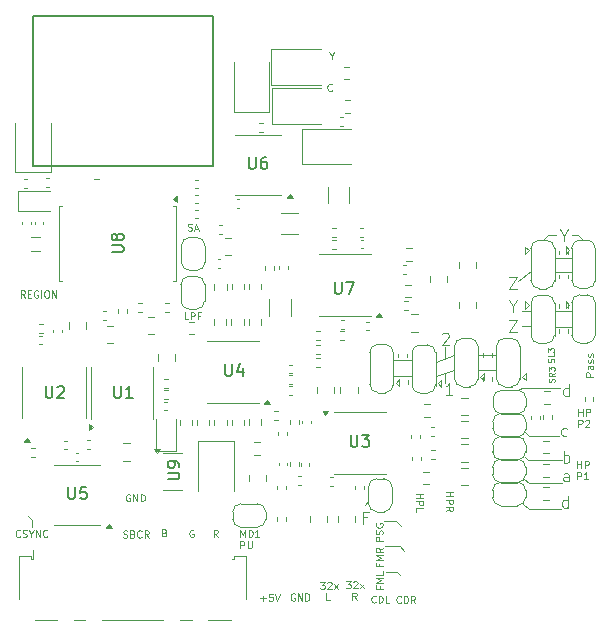
<source format=gbr>
%TF.GenerationSoftware,KiCad,Pcbnew,9.0.0*%
%TF.CreationDate,2025-11-21T22:56:44-08:00*%
%TF.ProjectId,MegaAV_Pro_VA0,4d656761-4156-45f5-9072-6f5f5641302e,rev?*%
%TF.SameCoordinates,Original*%
%TF.FileFunction,Legend,Top*%
%TF.FilePolarity,Positive*%
%FSLAX46Y46*%
G04 Gerber Fmt 4.6, Leading zero omitted, Abs format (unit mm)*
G04 Created by KiCad (PCBNEW 9.0.0) date 2025-11-21 22:56:44*
%MOMM*%
%LPD*%
G01*
G04 APERTURE LIST*
%ADD10C,0.100000*%
%ADD11C,0.075000*%
%ADD12C,0.101600*%
%ADD13C,0.125000*%
%ADD14C,0.150000*%
%ADD15C,0.120000*%
%ADD16C,0.127000*%
G04 APERTURE END LIST*
D10*
X201800000Y-122250000D02*
X203300000Y-122250000D01*
X214425000Y-110725000D02*
X214850000Y-110300000D01*
X212950000Y-127000000D02*
X213250000Y-127300000D01*
X201150000Y-138800000D02*
X202050000Y-138800000D01*
X171200000Y-134450000D02*
X171200000Y-135000000D01*
X213400000Y-113350000D02*
X212350000Y-114150000D01*
X217425000Y-110300000D02*
X216900000Y-110300000D01*
X206150000Y-120725000D02*
X206150000Y-119800000D01*
X212900000Y-129050000D02*
X213200000Y-129300000D01*
X170850000Y-134050000D02*
X171200000Y-134450000D01*
X201800000Y-120900000D02*
X203300000Y-120900000D01*
X215450000Y-113400000D02*
X216850000Y-113400000D01*
X212325000Y-123425000D02*
X212700000Y-123200000D01*
X210500000Y-121700000D02*
X208950000Y-121700000D01*
X215450000Y-118100000D02*
X216800000Y-118100000D01*
X205350000Y-122250000D02*
X206950000Y-121750000D01*
X210450000Y-120400000D02*
X209000000Y-120400000D01*
X215450000Y-116750000D02*
X216850000Y-116750000D01*
X213250000Y-127300000D02*
X215827291Y-127300000D01*
X212650000Y-116750000D02*
X213400000Y-116750000D01*
X201050000Y-136650000D02*
X202300000Y-136650000D01*
X212850000Y-130950000D02*
X213250000Y-131250000D01*
X213400000Y-118000000D02*
X212650000Y-118000000D01*
X212750000Y-133050000D02*
X213250000Y-133500000D01*
X212700000Y-123200000D02*
X215891282Y-123200000D01*
X206150000Y-122000000D02*
X206150000Y-122850000D01*
X213250000Y-131250000D02*
X216049624Y-131250000D01*
X202050000Y-138800000D02*
X202350000Y-139100000D01*
X199660000Y-132800000D02*
X199370000Y-133100000D01*
X214850000Y-110300000D02*
X215550000Y-110300000D01*
X200950000Y-134500000D02*
X202000000Y-134500000D01*
X202000000Y-134500000D02*
X202400000Y-134900000D01*
X205350000Y-121000000D02*
X206950000Y-120450000D01*
X217425000Y-110300000D02*
X217875000Y-110700000D01*
X213200000Y-129300000D02*
X216015994Y-129300000D01*
X202300000Y-136650000D02*
X202650000Y-137000000D01*
X215450000Y-112200000D02*
X216850000Y-112200000D01*
X213250000Y-133500000D02*
X215933787Y-133500000D01*
X217359940Y-130011169D02*
X217359940Y-129411169D01*
X217359940Y-129696883D02*
X217702797Y-129696883D01*
X217702797Y-130011169D02*
X217702797Y-129411169D01*
X217988511Y-130011169D02*
X217988511Y-129411169D01*
X217988511Y-129411169D02*
X218217082Y-129411169D01*
X218217082Y-129411169D02*
X218274225Y-129439740D01*
X218274225Y-129439740D02*
X218302796Y-129468312D01*
X218302796Y-129468312D02*
X218331368Y-129525455D01*
X218331368Y-129525455D02*
X218331368Y-129611169D01*
X218331368Y-129611169D02*
X218302796Y-129668312D01*
X218302796Y-129668312D02*
X218274225Y-129696883D01*
X218274225Y-129696883D02*
X218217082Y-129725455D01*
X218217082Y-129725455D02*
X217988511Y-129725455D01*
X217359940Y-130977135D02*
X217359940Y-130377135D01*
X217359940Y-130377135D02*
X217588511Y-130377135D01*
X217588511Y-130377135D02*
X217645654Y-130405706D01*
X217645654Y-130405706D02*
X217674225Y-130434278D01*
X217674225Y-130434278D02*
X217702797Y-130491421D01*
X217702797Y-130491421D02*
X217702797Y-130577135D01*
X217702797Y-130577135D02*
X217674225Y-130634278D01*
X217674225Y-130634278D02*
X217645654Y-130662849D01*
X217645654Y-130662849D02*
X217588511Y-130691421D01*
X217588511Y-130691421D02*
X217359940Y-130691421D01*
X218274225Y-130977135D02*
X217931368Y-130977135D01*
X218102797Y-130977135D02*
X218102797Y-130377135D01*
X218102797Y-130377135D02*
X218045654Y-130462849D01*
X218045654Y-130462849D02*
X217988511Y-130519992D01*
X217988511Y-130519992D02*
X217931368Y-130548564D01*
D11*
X184378563Y-109880692D02*
X184464278Y-109909263D01*
X184464278Y-109909263D02*
X184607135Y-109909263D01*
X184607135Y-109909263D02*
X184664278Y-109880692D01*
X184664278Y-109880692D02*
X184692849Y-109852120D01*
X184692849Y-109852120D02*
X184721420Y-109794977D01*
X184721420Y-109794977D02*
X184721420Y-109737834D01*
X184721420Y-109737834D02*
X184692849Y-109680692D01*
X184692849Y-109680692D02*
X184664278Y-109652120D01*
X184664278Y-109652120D02*
X184607135Y-109623549D01*
X184607135Y-109623549D02*
X184492849Y-109594977D01*
X184492849Y-109594977D02*
X184435706Y-109566406D01*
X184435706Y-109566406D02*
X184407135Y-109537834D01*
X184407135Y-109537834D02*
X184378563Y-109480692D01*
X184378563Y-109480692D02*
X184378563Y-109423549D01*
X184378563Y-109423549D02*
X184407135Y-109366406D01*
X184407135Y-109366406D02*
X184435706Y-109337834D01*
X184435706Y-109337834D02*
X184492849Y-109309263D01*
X184492849Y-109309263D02*
X184635706Y-109309263D01*
X184635706Y-109309263D02*
X184721420Y-109337834D01*
X184949992Y-109737834D02*
X185235707Y-109737834D01*
X184892849Y-109909263D02*
X185092849Y-109309263D01*
X185092849Y-109309263D02*
X185292849Y-109909263D01*
D10*
X179480055Y-132268098D02*
X179422913Y-132239527D01*
X179422913Y-132239527D02*
X179337198Y-132239527D01*
X179337198Y-132239527D02*
X179251484Y-132268098D01*
X179251484Y-132268098D02*
X179194341Y-132325241D01*
X179194341Y-132325241D02*
X179165770Y-132382384D01*
X179165770Y-132382384D02*
X179137198Y-132496670D01*
X179137198Y-132496670D02*
X179137198Y-132582384D01*
X179137198Y-132582384D02*
X179165770Y-132696670D01*
X179165770Y-132696670D02*
X179194341Y-132753813D01*
X179194341Y-132753813D02*
X179251484Y-132810956D01*
X179251484Y-132810956D02*
X179337198Y-132839527D01*
X179337198Y-132839527D02*
X179394341Y-132839527D01*
X179394341Y-132839527D02*
X179480055Y-132810956D01*
X179480055Y-132810956D02*
X179508627Y-132782384D01*
X179508627Y-132782384D02*
X179508627Y-132582384D01*
X179508627Y-132582384D02*
X179394341Y-132582384D01*
X179765770Y-132839527D02*
X179765770Y-132239527D01*
X179765770Y-132239527D02*
X180108627Y-132839527D01*
X180108627Y-132839527D02*
X180108627Y-132239527D01*
X180394341Y-132839527D02*
X180394341Y-132239527D01*
X180394341Y-132239527D02*
X180537198Y-132239527D01*
X180537198Y-132239527D02*
X180622912Y-132268098D01*
X180622912Y-132268098D02*
X180680055Y-132325241D01*
X180680055Y-132325241D02*
X180708626Y-132382384D01*
X180708626Y-132382384D02*
X180737198Y-132496670D01*
X180737198Y-132496670D02*
X180737198Y-132582384D01*
X180737198Y-132582384D02*
X180708626Y-132696670D01*
X180708626Y-132696670D02*
X180680055Y-132753813D01*
X180680055Y-132753813D02*
X180622912Y-132810956D01*
X180622912Y-132810956D02*
X180537198Y-132839527D01*
X180537198Y-132839527D02*
X180394341Y-132839527D01*
X188828783Y-135837976D02*
X188828783Y-135237976D01*
X188828783Y-135237976D02*
X189028783Y-135666547D01*
X189028783Y-135666547D02*
X189228783Y-135237976D01*
X189228783Y-135237976D02*
X189228783Y-135837976D01*
X189514497Y-135837976D02*
X189514497Y-135237976D01*
X189514497Y-135237976D02*
X189657354Y-135237976D01*
X189657354Y-135237976D02*
X189743068Y-135266547D01*
X189743068Y-135266547D02*
X189800211Y-135323690D01*
X189800211Y-135323690D02*
X189828782Y-135380833D01*
X189828782Y-135380833D02*
X189857354Y-135495119D01*
X189857354Y-135495119D02*
X189857354Y-135580833D01*
X189857354Y-135580833D02*
X189828782Y-135695119D01*
X189828782Y-135695119D02*
X189800211Y-135752262D01*
X189800211Y-135752262D02*
X189743068Y-135809405D01*
X189743068Y-135809405D02*
X189657354Y-135837976D01*
X189657354Y-135837976D02*
X189514497Y-135837976D01*
X190428782Y-135837976D02*
X190085925Y-135837976D01*
X190257354Y-135837976D02*
X190257354Y-135237976D01*
X190257354Y-135237976D02*
X190200211Y-135323690D01*
X190200211Y-135323690D02*
X190143068Y-135380833D01*
X190143068Y-135380833D02*
X190085925Y-135409405D01*
X188828783Y-136803942D02*
X188828783Y-136203942D01*
X188828783Y-136203942D02*
X189057354Y-136203942D01*
X189057354Y-136203942D02*
X189114497Y-136232513D01*
X189114497Y-136232513D02*
X189143068Y-136261085D01*
X189143068Y-136261085D02*
X189171640Y-136318228D01*
X189171640Y-136318228D02*
X189171640Y-136403942D01*
X189171640Y-136403942D02*
X189143068Y-136461085D01*
X189143068Y-136461085D02*
X189114497Y-136489656D01*
X189114497Y-136489656D02*
X189057354Y-136518228D01*
X189057354Y-136518228D02*
X188828783Y-136518228D01*
X189428783Y-136203942D02*
X189428783Y-136689656D01*
X189428783Y-136689656D02*
X189457354Y-136746799D01*
X189457354Y-136746799D02*
X189485926Y-136775371D01*
X189485926Y-136775371D02*
X189543068Y-136803942D01*
X189543068Y-136803942D02*
X189657354Y-136803942D01*
X189657354Y-136803942D02*
X189714497Y-136775371D01*
X189714497Y-136775371D02*
X189743068Y-136746799D01*
X189743068Y-136746799D02*
X189771640Y-136689656D01*
X189771640Y-136689656D02*
X189771640Y-136203942D01*
X199567217Y-134188609D02*
X199233884Y-134188609D01*
X199233884Y-134712419D02*
X199233884Y-133712419D01*
X199233884Y-133712419D02*
X199710074Y-133712419D01*
X195601503Y-139655405D02*
X195972931Y-139655405D01*
X195972931Y-139655405D02*
X195772931Y-139883976D01*
X195772931Y-139883976D02*
X195858646Y-139883976D01*
X195858646Y-139883976D02*
X195915789Y-139912548D01*
X195915789Y-139912548D02*
X195944360Y-139941119D01*
X195944360Y-139941119D02*
X195972931Y-139998262D01*
X195972931Y-139998262D02*
X195972931Y-140141119D01*
X195972931Y-140141119D02*
X195944360Y-140198262D01*
X195944360Y-140198262D02*
X195915789Y-140226834D01*
X195915789Y-140226834D02*
X195858646Y-140255405D01*
X195858646Y-140255405D02*
X195687217Y-140255405D01*
X195687217Y-140255405D02*
X195630074Y-140226834D01*
X195630074Y-140226834D02*
X195601503Y-140198262D01*
X196201503Y-139712548D02*
X196230075Y-139683976D01*
X196230075Y-139683976D02*
X196287218Y-139655405D01*
X196287218Y-139655405D02*
X196430075Y-139655405D01*
X196430075Y-139655405D02*
X196487218Y-139683976D01*
X196487218Y-139683976D02*
X196515789Y-139712548D01*
X196515789Y-139712548D02*
X196544360Y-139769691D01*
X196544360Y-139769691D02*
X196544360Y-139826834D01*
X196544360Y-139826834D02*
X196515789Y-139912548D01*
X196515789Y-139912548D02*
X196172932Y-140255405D01*
X196172932Y-140255405D02*
X196544360Y-140255405D01*
X196744361Y-140255405D02*
X197058647Y-139855405D01*
X196744361Y-139855405D02*
X197058647Y-140255405D01*
X196401503Y-141221371D02*
X196115789Y-141221371D01*
X196115789Y-141221371D02*
X196115789Y-140621371D01*
D12*
X218688479Y-122267619D02*
X218053479Y-122267619D01*
X218053479Y-122267619D02*
X218053479Y-122025714D01*
X218053479Y-122025714D02*
X218083717Y-121965238D01*
X218083717Y-121965238D02*
X218113955Y-121935000D01*
X218113955Y-121935000D02*
X218174431Y-121904762D01*
X218174431Y-121904762D02*
X218265145Y-121904762D01*
X218265145Y-121904762D02*
X218325621Y-121935000D01*
X218325621Y-121935000D02*
X218355860Y-121965238D01*
X218355860Y-121965238D02*
X218386098Y-122025714D01*
X218386098Y-122025714D02*
X218386098Y-122267619D01*
X218688479Y-121360476D02*
X218355860Y-121360476D01*
X218355860Y-121360476D02*
X218295383Y-121390714D01*
X218295383Y-121390714D02*
X218265145Y-121451190D01*
X218265145Y-121451190D02*
X218265145Y-121572143D01*
X218265145Y-121572143D02*
X218295383Y-121632619D01*
X218658241Y-121360476D02*
X218688479Y-121420952D01*
X218688479Y-121420952D02*
X218688479Y-121572143D01*
X218688479Y-121572143D02*
X218658241Y-121632619D01*
X218658241Y-121632619D02*
X218597764Y-121662857D01*
X218597764Y-121662857D02*
X218537288Y-121662857D01*
X218537288Y-121662857D02*
X218476812Y-121632619D01*
X218476812Y-121632619D02*
X218446574Y-121572143D01*
X218446574Y-121572143D02*
X218446574Y-121420952D01*
X218446574Y-121420952D02*
X218416336Y-121360476D01*
X218658241Y-121088333D02*
X218688479Y-121027857D01*
X218688479Y-121027857D02*
X218688479Y-120906905D01*
X218688479Y-120906905D02*
X218658241Y-120846428D01*
X218658241Y-120846428D02*
X218597764Y-120816190D01*
X218597764Y-120816190D02*
X218567526Y-120816190D01*
X218567526Y-120816190D02*
X218507050Y-120846428D01*
X218507050Y-120846428D02*
X218476812Y-120906905D01*
X218476812Y-120906905D02*
X218476812Y-120997619D01*
X218476812Y-120997619D02*
X218446574Y-121058095D01*
X218446574Y-121058095D02*
X218386098Y-121088333D01*
X218386098Y-121088333D02*
X218355860Y-121088333D01*
X218355860Y-121088333D02*
X218295383Y-121058095D01*
X218295383Y-121058095D02*
X218265145Y-120997619D01*
X218265145Y-120997619D02*
X218265145Y-120906905D01*
X218265145Y-120906905D02*
X218295383Y-120846428D01*
X218658241Y-120574285D02*
X218688479Y-120513809D01*
X218688479Y-120513809D02*
X218688479Y-120392857D01*
X218688479Y-120392857D02*
X218658241Y-120332380D01*
X218658241Y-120332380D02*
X218597764Y-120302142D01*
X218597764Y-120302142D02*
X218567526Y-120302142D01*
X218567526Y-120302142D02*
X218507050Y-120332380D01*
X218507050Y-120332380D02*
X218476812Y-120392857D01*
X218476812Y-120392857D02*
X218476812Y-120483571D01*
X218476812Y-120483571D02*
X218446574Y-120544047D01*
X218446574Y-120544047D02*
X218386098Y-120574285D01*
X218386098Y-120574285D02*
X218355860Y-120574285D01*
X218355860Y-120574285D02*
X218295383Y-120544047D01*
X218295383Y-120544047D02*
X218265145Y-120483571D01*
X218265145Y-120483571D02*
X218265145Y-120392857D01*
X218265145Y-120392857D02*
X218295383Y-120332380D01*
D10*
X216617664Y-131122419D02*
X216617664Y-130598609D01*
X216617664Y-130598609D02*
X216570045Y-130503371D01*
X216570045Y-130503371D02*
X216474807Y-130455752D01*
X216474807Y-130455752D02*
X216284331Y-130455752D01*
X216284331Y-130455752D02*
X216189093Y-130503371D01*
X216617664Y-131074800D02*
X216522426Y-131122419D01*
X216522426Y-131122419D02*
X216284331Y-131122419D01*
X216284331Y-131122419D02*
X216189093Y-131074800D01*
X216189093Y-131074800D02*
X216141474Y-130979561D01*
X216141474Y-130979561D02*
X216141474Y-130884323D01*
X216141474Y-130884323D02*
X216189093Y-130789085D01*
X216189093Y-130789085D02*
X216284331Y-130741466D01*
X216284331Y-130741466D02*
X216522426Y-130741466D01*
X216522426Y-130741466D02*
X216617664Y-130693847D01*
D12*
X196577270Y-98035830D02*
X196547032Y-98066069D01*
X196547032Y-98066069D02*
X196456318Y-98096307D01*
X196456318Y-98096307D02*
X196395842Y-98096307D01*
X196395842Y-98096307D02*
X196305127Y-98066069D01*
X196305127Y-98066069D02*
X196244651Y-98005592D01*
X196244651Y-98005592D02*
X196214413Y-97945116D01*
X196214413Y-97945116D02*
X196184175Y-97824164D01*
X196184175Y-97824164D02*
X196184175Y-97733449D01*
X196184175Y-97733449D02*
X196214413Y-97612497D01*
X196214413Y-97612497D02*
X196244651Y-97552021D01*
X196244651Y-97552021D02*
X196305127Y-97491545D01*
X196305127Y-97491545D02*
X196395842Y-97461307D01*
X196395842Y-97461307D02*
X196456318Y-97461307D01*
X196456318Y-97461307D02*
X196547032Y-97491545D01*
X196547032Y-97491545D02*
X196577270Y-97521783D01*
D13*
X216213014Y-129564484D02*
X216213014Y-128564484D01*
X216213014Y-128945436D02*
X216308252Y-128897817D01*
X216308252Y-128897817D02*
X216498728Y-128897817D01*
X216498728Y-128897817D02*
X216593966Y-128945436D01*
X216593966Y-128945436D02*
X216641585Y-128993055D01*
X216641585Y-128993055D02*
X216689204Y-129088293D01*
X216689204Y-129088293D02*
X216689204Y-129374007D01*
X216689204Y-129374007D02*
X216641585Y-129469245D01*
X216641585Y-129469245D02*
X216593966Y-129516865D01*
X216593966Y-129516865D02*
X216498728Y-129564484D01*
X216498728Y-129564484D02*
X216308252Y-129564484D01*
X216308252Y-129564484D02*
X216213014Y-129516865D01*
D10*
X182417986Y-135489529D02*
X182503700Y-135518101D01*
X182503700Y-135518101D02*
X182532271Y-135546672D01*
X182532271Y-135546672D02*
X182560843Y-135603815D01*
X182560843Y-135603815D02*
X182560843Y-135689529D01*
X182560843Y-135689529D02*
X182532271Y-135746672D01*
X182532271Y-135746672D02*
X182503700Y-135775244D01*
X182503700Y-135775244D02*
X182446557Y-135803815D01*
X182446557Y-135803815D02*
X182217986Y-135803815D01*
X182217986Y-135803815D02*
X182217986Y-135203815D01*
X182217986Y-135203815D02*
X182417986Y-135203815D01*
X182417986Y-135203815D02*
X182475129Y-135232386D01*
X182475129Y-135232386D02*
X182503700Y-135260958D01*
X182503700Y-135260958D02*
X182532271Y-135318101D01*
X182532271Y-135318101D02*
X182532271Y-135375244D01*
X182532271Y-135375244D02*
X182503700Y-135432386D01*
X182503700Y-135432386D02*
X182475129Y-135460958D01*
X182475129Y-135460958D02*
X182417986Y-135489529D01*
X182417986Y-135489529D02*
X182217986Y-135489529D01*
X217450083Y-125580921D02*
X217450083Y-124980921D01*
X217450083Y-125266635D02*
X217792940Y-125266635D01*
X217792940Y-125580921D02*
X217792940Y-124980921D01*
X218078654Y-125580921D02*
X218078654Y-124980921D01*
X218078654Y-124980921D02*
X218307225Y-124980921D01*
X218307225Y-124980921D02*
X218364368Y-125009492D01*
X218364368Y-125009492D02*
X218392939Y-125038064D01*
X218392939Y-125038064D02*
X218421511Y-125095207D01*
X218421511Y-125095207D02*
X218421511Y-125180921D01*
X218421511Y-125180921D02*
X218392939Y-125238064D01*
X218392939Y-125238064D02*
X218364368Y-125266635D01*
X218364368Y-125266635D02*
X218307225Y-125295207D01*
X218307225Y-125295207D02*
X218078654Y-125295207D01*
X217450083Y-126546887D02*
X217450083Y-125946887D01*
X217450083Y-125946887D02*
X217678654Y-125946887D01*
X217678654Y-125946887D02*
X217735797Y-125975458D01*
X217735797Y-125975458D02*
X217764368Y-126004030D01*
X217764368Y-126004030D02*
X217792940Y-126061173D01*
X217792940Y-126061173D02*
X217792940Y-126146887D01*
X217792940Y-126146887D02*
X217764368Y-126204030D01*
X217764368Y-126204030D02*
X217735797Y-126232601D01*
X217735797Y-126232601D02*
X217678654Y-126261173D01*
X217678654Y-126261173D02*
X217450083Y-126261173D01*
X218021511Y-126004030D02*
X218050083Y-125975458D01*
X218050083Y-125975458D02*
X218107226Y-125946887D01*
X218107226Y-125946887D02*
X218250083Y-125946887D01*
X218250083Y-125946887D02*
X218307226Y-125975458D01*
X218307226Y-125975458D02*
X218335797Y-126004030D01*
X218335797Y-126004030D02*
X218364368Y-126061173D01*
X218364368Y-126061173D02*
X218364368Y-126118316D01*
X218364368Y-126118316D02*
X218335797Y-126204030D01*
X218335797Y-126204030D02*
X217992940Y-126546887D01*
X217992940Y-126546887D02*
X218364368Y-126546887D01*
X216470065Y-127247054D02*
X216374827Y-127294673D01*
X216374827Y-127294673D02*
X216184351Y-127294673D01*
X216184351Y-127294673D02*
X216089113Y-127247054D01*
X216089113Y-127247054D02*
X216041494Y-127199434D01*
X216041494Y-127199434D02*
X215993875Y-127104196D01*
X215993875Y-127104196D02*
X215993875Y-126818482D01*
X215993875Y-126818482D02*
X216041494Y-126723244D01*
X216041494Y-126723244D02*
X216089113Y-126675625D01*
X216089113Y-126675625D02*
X216184351Y-126628006D01*
X216184351Y-126628006D02*
X216374827Y-126628006D01*
X216374827Y-126628006D02*
X216470065Y-126675625D01*
X211558646Y-113872419D02*
X212225312Y-113872419D01*
X212225312Y-113872419D02*
X211558646Y-114872419D01*
X211558646Y-114872419D02*
X212225312Y-114872419D01*
D11*
X184405409Y-117431799D02*
X184119695Y-117431799D01*
X184119695Y-117431799D02*
X184119695Y-116831799D01*
X184605409Y-117431799D02*
X184605409Y-116831799D01*
X184605409Y-116831799D02*
X184833980Y-116831799D01*
X184833980Y-116831799D02*
X184891123Y-116860370D01*
X184891123Y-116860370D02*
X184919694Y-116888942D01*
X184919694Y-116888942D02*
X184948266Y-116946085D01*
X184948266Y-116946085D02*
X184948266Y-117031799D01*
X184948266Y-117031799D02*
X184919694Y-117088942D01*
X184919694Y-117088942D02*
X184891123Y-117117513D01*
X184891123Y-117117513D02*
X184833980Y-117146085D01*
X184833980Y-117146085D02*
X184605409Y-117146085D01*
X185405409Y-117117513D02*
X185205409Y-117117513D01*
X185205409Y-117431799D02*
X185205409Y-116831799D01*
X185205409Y-116831799D02*
X185491123Y-116831799D01*
D10*
X200281503Y-141364228D02*
X200252931Y-141392800D01*
X200252931Y-141392800D02*
X200167217Y-141421371D01*
X200167217Y-141421371D02*
X200110074Y-141421371D01*
X200110074Y-141421371D02*
X200024360Y-141392800D01*
X200024360Y-141392800D02*
X199967217Y-141335657D01*
X199967217Y-141335657D02*
X199938646Y-141278514D01*
X199938646Y-141278514D02*
X199910074Y-141164228D01*
X199910074Y-141164228D02*
X199910074Y-141078514D01*
X199910074Y-141078514D02*
X199938646Y-140964228D01*
X199938646Y-140964228D02*
X199967217Y-140907085D01*
X199967217Y-140907085D02*
X200024360Y-140849942D01*
X200024360Y-140849942D02*
X200110074Y-140821371D01*
X200110074Y-140821371D02*
X200167217Y-140821371D01*
X200167217Y-140821371D02*
X200252931Y-140849942D01*
X200252931Y-140849942D02*
X200281503Y-140878514D01*
X200538646Y-141421371D02*
X200538646Y-140821371D01*
X200538646Y-140821371D02*
X200681503Y-140821371D01*
X200681503Y-140821371D02*
X200767217Y-140849942D01*
X200767217Y-140849942D02*
X200824360Y-140907085D01*
X200824360Y-140907085D02*
X200852931Y-140964228D01*
X200852931Y-140964228D02*
X200881503Y-141078514D01*
X200881503Y-141078514D02*
X200881503Y-141164228D01*
X200881503Y-141164228D02*
X200852931Y-141278514D01*
X200852931Y-141278514D02*
X200824360Y-141335657D01*
X200824360Y-141335657D02*
X200767217Y-141392800D01*
X200767217Y-141392800D02*
X200681503Y-141421371D01*
X200681503Y-141421371D02*
X200538646Y-141421371D01*
X201424360Y-141421371D02*
X201138646Y-141421371D01*
X201138646Y-141421371D02*
X201138646Y-140821371D01*
X184851070Y-135282039D02*
X184793928Y-135253468D01*
X184793928Y-135253468D02*
X184708213Y-135253468D01*
X184708213Y-135253468D02*
X184622499Y-135282039D01*
X184622499Y-135282039D02*
X184565356Y-135339182D01*
X184565356Y-135339182D02*
X184536785Y-135396325D01*
X184536785Y-135396325D02*
X184508213Y-135510611D01*
X184508213Y-135510611D02*
X184508213Y-135596325D01*
X184508213Y-135596325D02*
X184536785Y-135710611D01*
X184536785Y-135710611D02*
X184565356Y-135767754D01*
X184565356Y-135767754D02*
X184622499Y-135824897D01*
X184622499Y-135824897D02*
X184708213Y-135853468D01*
X184708213Y-135853468D02*
X184765356Y-135853468D01*
X184765356Y-135853468D02*
X184851070Y-135824897D01*
X184851070Y-135824897D02*
X184879642Y-135796325D01*
X184879642Y-135796325D02*
X184879642Y-135596325D01*
X184879642Y-135596325D02*
X184765356Y-135596325D01*
X178913759Y-135868965D02*
X178999474Y-135897536D01*
X178999474Y-135897536D02*
X179142331Y-135897536D01*
X179142331Y-135897536D02*
X179199474Y-135868965D01*
X179199474Y-135868965D02*
X179228045Y-135840393D01*
X179228045Y-135840393D02*
X179256616Y-135783250D01*
X179256616Y-135783250D02*
X179256616Y-135726107D01*
X179256616Y-135726107D02*
X179228045Y-135668965D01*
X179228045Y-135668965D02*
X179199474Y-135640393D01*
X179199474Y-135640393D02*
X179142331Y-135611822D01*
X179142331Y-135611822D02*
X179028045Y-135583250D01*
X179028045Y-135583250D02*
X178970902Y-135554679D01*
X178970902Y-135554679D02*
X178942331Y-135526107D01*
X178942331Y-135526107D02*
X178913759Y-135468965D01*
X178913759Y-135468965D02*
X178913759Y-135411822D01*
X178913759Y-135411822D02*
X178942331Y-135354679D01*
X178942331Y-135354679D02*
X178970902Y-135326107D01*
X178970902Y-135326107D02*
X179028045Y-135297536D01*
X179028045Y-135297536D02*
X179170902Y-135297536D01*
X179170902Y-135297536D02*
X179256616Y-135326107D01*
X179713760Y-135583250D02*
X179799474Y-135611822D01*
X179799474Y-135611822D02*
X179828045Y-135640393D01*
X179828045Y-135640393D02*
X179856617Y-135697536D01*
X179856617Y-135697536D02*
X179856617Y-135783250D01*
X179856617Y-135783250D02*
X179828045Y-135840393D01*
X179828045Y-135840393D02*
X179799474Y-135868965D01*
X179799474Y-135868965D02*
X179742331Y-135897536D01*
X179742331Y-135897536D02*
X179513760Y-135897536D01*
X179513760Y-135897536D02*
X179513760Y-135297536D01*
X179513760Y-135297536D02*
X179713760Y-135297536D01*
X179713760Y-135297536D02*
X179770903Y-135326107D01*
X179770903Y-135326107D02*
X179799474Y-135354679D01*
X179799474Y-135354679D02*
X179828045Y-135411822D01*
X179828045Y-135411822D02*
X179828045Y-135468965D01*
X179828045Y-135468965D02*
X179799474Y-135526107D01*
X179799474Y-135526107D02*
X179770903Y-135554679D01*
X179770903Y-135554679D02*
X179713760Y-135583250D01*
X179713760Y-135583250D02*
X179513760Y-135583250D01*
X180456617Y-135840393D02*
X180428045Y-135868965D01*
X180428045Y-135868965D02*
X180342331Y-135897536D01*
X180342331Y-135897536D02*
X180285188Y-135897536D01*
X180285188Y-135897536D02*
X180199474Y-135868965D01*
X180199474Y-135868965D02*
X180142331Y-135811822D01*
X180142331Y-135811822D02*
X180113760Y-135754679D01*
X180113760Y-135754679D02*
X180085188Y-135640393D01*
X180085188Y-135640393D02*
X180085188Y-135554679D01*
X180085188Y-135554679D02*
X180113760Y-135440393D01*
X180113760Y-135440393D02*
X180142331Y-135383250D01*
X180142331Y-135383250D02*
X180199474Y-135326107D01*
X180199474Y-135326107D02*
X180285188Y-135297536D01*
X180285188Y-135297536D02*
X180342331Y-135297536D01*
X180342331Y-135297536D02*
X180428045Y-135326107D01*
X180428045Y-135326107D02*
X180456617Y-135354679D01*
X181056617Y-135897536D02*
X180856617Y-135611822D01*
X180713760Y-135897536D02*
X180713760Y-135297536D01*
X180713760Y-135297536D02*
X180942331Y-135297536D01*
X180942331Y-135297536D02*
X180999474Y-135326107D01*
X180999474Y-135326107D02*
X181028045Y-135354679D01*
X181028045Y-135354679D02*
X181056617Y-135411822D01*
X181056617Y-135411822D02*
X181056617Y-135497536D01*
X181056617Y-135497536D02*
X181028045Y-135554679D01*
X181028045Y-135554679D02*
X180999474Y-135583250D01*
X180999474Y-135583250D02*
X180942331Y-135611822D01*
X180942331Y-135611822D02*
X180713760Y-135611822D01*
X186910039Y-135841055D02*
X186710039Y-135555341D01*
X186567182Y-135841055D02*
X186567182Y-135241055D01*
X186567182Y-135241055D02*
X186795753Y-135241055D01*
X186795753Y-135241055D02*
X186852896Y-135269626D01*
X186852896Y-135269626D02*
X186881467Y-135298198D01*
X186881467Y-135298198D02*
X186910039Y-135355341D01*
X186910039Y-135355341D02*
X186910039Y-135441055D01*
X186910039Y-135441055D02*
X186881467Y-135498198D01*
X186881467Y-135498198D02*
X186852896Y-135526769D01*
X186852896Y-135526769D02*
X186795753Y-135555341D01*
X186795753Y-135555341D02*
X186567182Y-135555341D01*
X216244360Y-110326253D02*
X216244360Y-110802444D01*
X215911027Y-109802444D02*
X216244360Y-110326253D01*
X216244360Y-110326253D02*
X216577693Y-109802444D01*
X205906265Y-118667657D02*
X205953884Y-118620038D01*
X205953884Y-118620038D02*
X206049122Y-118572419D01*
X206049122Y-118572419D02*
X206287217Y-118572419D01*
X206287217Y-118572419D02*
X206382455Y-118620038D01*
X206382455Y-118620038D02*
X206430074Y-118667657D01*
X206430074Y-118667657D02*
X206477693Y-118762895D01*
X206477693Y-118762895D02*
X206477693Y-118858133D01*
X206477693Y-118858133D02*
X206430074Y-119000990D01*
X206430074Y-119000990D02*
X205858646Y-119572419D01*
X205858646Y-119572419D02*
X206477693Y-119572419D01*
X170171503Y-135784228D02*
X170142931Y-135812800D01*
X170142931Y-135812800D02*
X170057217Y-135841371D01*
X170057217Y-135841371D02*
X170000074Y-135841371D01*
X170000074Y-135841371D02*
X169914360Y-135812800D01*
X169914360Y-135812800D02*
X169857217Y-135755657D01*
X169857217Y-135755657D02*
X169828646Y-135698514D01*
X169828646Y-135698514D02*
X169800074Y-135584228D01*
X169800074Y-135584228D02*
X169800074Y-135498514D01*
X169800074Y-135498514D02*
X169828646Y-135384228D01*
X169828646Y-135384228D02*
X169857217Y-135327085D01*
X169857217Y-135327085D02*
X169914360Y-135269942D01*
X169914360Y-135269942D02*
X170000074Y-135241371D01*
X170000074Y-135241371D02*
X170057217Y-135241371D01*
X170057217Y-135241371D02*
X170142931Y-135269942D01*
X170142931Y-135269942D02*
X170171503Y-135298514D01*
X170400074Y-135812800D02*
X170485789Y-135841371D01*
X170485789Y-135841371D02*
X170628646Y-135841371D01*
X170628646Y-135841371D02*
X170685789Y-135812800D01*
X170685789Y-135812800D02*
X170714360Y-135784228D01*
X170714360Y-135784228D02*
X170742931Y-135727085D01*
X170742931Y-135727085D02*
X170742931Y-135669942D01*
X170742931Y-135669942D02*
X170714360Y-135612800D01*
X170714360Y-135612800D02*
X170685789Y-135584228D01*
X170685789Y-135584228D02*
X170628646Y-135555657D01*
X170628646Y-135555657D02*
X170514360Y-135527085D01*
X170514360Y-135527085D02*
X170457217Y-135498514D01*
X170457217Y-135498514D02*
X170428646Y-135469942D01*
X170428646Y-135469942D02*
X170400074Y-135412800D01*
X170400074Y-135412800D02*
X170400074Y-135355657D01*
X170400074Y-135355657D02*
X170428646Y-135298514D01*
X170428646Y-135298514D02*
X170457217Y-135269942D01*
X170457217Y-135269942D02*
X170514360Y-135241371D01*
X170514360Y-135241371D02*
X170657217Y-135241371D01*
X170657217Y-135241371D02*
X170742931Y-135269942D01*
X171114360Y-135555657D02*
X171114360Y-135841371D01*
X170914360Y-135241371D02*
X171114360Y-135555657D01*
X171114360Y-135555657D02*
X171314360Y-135241371D01*
X171514361Y-135841371D02*
X171514361Y-135241371D01*
X171514361Y-135241371D02*
X171857218Y-135841371D01*
X171857218Y-135841371D02*
X171857218Y-135241371D01*
X172485789Y-135784228D02*
X172457217Y-135812800D01*
X172457217Y-135812800D02*
X172371503Y-135841371D01*
X172371503Y-135841371D02*
X172314360Y-135841371D01*
X172314360Y-135841371D02*
X172228646Y-135812800D01*
X172228646Y-135812800D02*
X172171503Y-135755657D01*
X172171503Y-135755657D02*
X172142932Y-135698514D01*
X172142932Y-135698514D02*
X172114360Y-135584228D01*
X172114360Y-135584228D02*
X172114360Y-135498514D01*
X172114360Y-135498514D02*
X172142932Y-135384228D01*
X172142932Y-135384228D02*
X172171503Y-135327085D01*
X172171503Y-135327085D02*
X172228646Y-135269942D01*
X172228646Y-135269942D02*
X172314360Y-135241371D01*
X172314360Y-135241371D02*
X172371503Y-135241371D01*
X172371503Y-135241371D02*
X172457217Y-135269942D01*
X172457217Y-135269942D02*
X172485789Y-135298514D01*
X206777693Y-123822419D02*
X206206265Y-123822419D01*
X206491979Y-123822419D02*
X206491979Y-122822419D01*
X206491979Y-122822419D02*
X206396741Y-122965276D01*
X206396741Y-122965276D02*
X206301503Y-123060514D01*
X206301503Y-123060514D02*
X206206265Y-123108133D01*
X193412931Y-140659942D02*
X193355789Y-140631371D01*
X193355789Y-140631371D02*
X193270074Y-140631371D01*
X193270074Y-140631371D02*
X193184360Y-140659942D01*
X193184360Y-140659942D02*
X193127217Y-140717085D01*
X193127217Y-140717085D02*
X193098646Y-140774228D01*
X193098646Y-140774228D02*
X193070074Y-140888514D01*
X193070074Y-140888514D02*
X193070074Y-140974228D01*
X193070074Y-140974228D02*
X193098646Y-141088514D01*
X193098646Y-141088514D02*
X193127217Y-141145657D01*
X193127217Y-141145657D02*
X193184360Y-141202800D01*
X193184360Y-141202800D02*
X193270074Y-141231371D01*
X193270074Y-141231371D02*
X193327217Y-141231371D01*
X193327217Y-141231371D02*
X193412931Y-141202800D01*
X193412931Y-141202800D02*
X193441503Y-141174228D01*
X193441503Y-141174228D02*
X193441503Y-140974228D01*
X193441503Y-140974228D02*
X193327217Y-140974228D01*
X193698646Y-141231371D02*
X193698646Y-140631371D01*
X193698646Y-140631371D02*
X194041503Y-141231371D01*
X194041503Y-141231371D02*
X194041503Y-140631371D01*
X194327217Y-141231371D02*
X194327217Y-140631371D01*
X194327217Y-140631371D02*
X194470074Y-140631371D01*
X194470074Y-140631371D02*
X194555788Y-140659942D01*
X194555788Y-140659942D02*
X194612931Y-140717085D01*
X194612931Y-140717085D02*
X194641502Y-140774228D01*
X194641502Y-140774228D02*
X194670074Y-140888514D01*
X194670074Y-140888514D02*
X194670074Y-140974228D01*
X194670074Y-140974228D02*
X194641502Y-141088514D01*
X194641502Y-141088514D02*
X194612931Y-141145657D01*
X194612931Y-141145657D02*
X194555788Y-141202800D01*
X194555788Y-141202800D02*
X194470074Y-141231371D01*
X194470074Y-141231371D02*
X194327217Y-141231371D01*
X200577085Y-138111353D02*
X200577085Y-138311353D01*
X200891371Y-138311353D02*
X200291371Y-138311353D01*
X200291371Y-138311353D02*
X200291371Y-138025639D01*
X200891371Y-137797067D02*
X200291371Y-137797067D01*
X200291371Y-137797067D02*
X200719942Y-137597067D01*
X200719942Y-137597067D02*
X200291371Y-137397067D01*
X200291371Y-137397067D02*
X200891371Y-137397067D01*
X200891371Y-136768496D02*
X200605657Y-136968496D01*
X200891371Y-137111353D02*
X200291371Y-137111353D01*
X200291371Y-137111353D02*
X200291371Y-136882782D01*
X200291371Y-136882782D02*
X200319942Y-136825639D01*
X200319942Y-136825639D02*
X200348514Y-136797068D01*
X200348514Y-136797068D02*
X200405657Y-136768496D01*
X200405657Y-136768496D02*
X200491371Y-136768496D01*
X200491371Y-136768496D02*
X200548514Y-136797068D01*
X200548514Y-136797068D02*
X200577085Y-136825639D01*
X200577085Y-136825639D02*
X200605657Y-136882782D01*
X200605657Y-136882782D02*
X200605657Y-137111353D01*
X216623737Y-123911557D02*
X216623737Y-122911557D01*
X216623737Y-123863938D02*
X216528499Y-123911557D01*
X216528499Y-123911557D02*
X216338023Y-123911557D01*
X216338023Y-123911557D02*
X216242785Y-123863938D01*
X216242785Y-123863938D02*
X216195166Y-123816318D01*
X216195166Y-123816318D02*
X216147547Y-123721080D01*
X216147547Y-123721080D02*
X216147547Y-123435366D01*
X216147547Y-123435366D02*
X216195166Y-123340128D01*
X216195166Y-123340128D02*
X216242785Y-123292509D01*
X216242785Y-123292509D02*
X216338023Y-123244890D01*
X216338023Y-123244890D02*
X216528499Y-123244890D01*
X216528499Y-123244890D02*
X216623737Y-123292509D01*
X206218628Y-132078646D02*
X206818628Y-132078646D01*
X206532914Y-132078646D02*
X206532914Y-132421503D01*
X206218628Y-132421503D02*
X206818628Y-132421503D01*
X206218628Y-132707217D02*
X206818628Y-132707217D01*
X206818628Y-132707217D02*
X206818628Y-132935788D01*
X206818628Y-132935788D02*
X206790057Y-132992931D01*
X206790057Y-132992931D02*
X206761485Y-133021502D01*
X206761485Y-133021502D02*
X206704342Y-133050074D01*
X206704342Y-133050074D02*
X206618628Y-133050074D01*
X206618628Y-133050074D02*
X206561485Y-133021502D01*
X206561485Y-133021502D02*
X206532914Y-132992931D01*
X206532914Y-132992931D02*
X206504342Y-132935788D01*
X206504342Y-132935788D02*
X206504342Y-132707217D01*
X206218628Y-133650074D02*
X206504342Y-133450074D01*
X206218628Y-133307217D02*
X206818628Y-133307217D01*
X206818628Y-133307217D02*
X206818628Y-133535788D01*
X206818628Y-133535788D02*
X206790057Y-133592931D01*
X206790057Y-133592931D02*
X206761485Y-133621502D01*
X206761485Y-133621502D02*
X206704342Y-133650074D01*
X206704342Y-133650074D02*
X206618628Y-133650074D01*
X206618628Y-133650074D02*
X206561485Y-133621502D01*
X206561485Y-133621502D02*
X206532914Y-133592931D01*
X206532914Y-133592931D02*
X206504342Y-133535788D01*
X206504342Y-133535788D02*
X206504342Y-133307217D01*
X197801503Y-139605405D02*
X198172931Y-139605405D01*
X198172931Y-139605405D02*
X197972931Y-139833976D01*
X197972931Y-139833976D02*
X198058646Y-139833976D01*
X198058646Y-139833976D02*
X198115789Y-139862548D01*
X198115789Y-139862548D02*
X198144360Y-139891119D01*
X198144360Y-139891119D02*
X198172931Y-139948262D01*
X198172931Y-139948262D02*
X198172931Y-140091119D01*
X198172931Y-140091119D02*
X198144360Y-140148262D01*
X198144360Y-140148262D02*
X198115789Y-140176834D01*
X198115789Y-140176834D02*
X198058646Y-140205405D01*
X198058646Y-140205405D02*
X197887217Y-140205405D01*
X197887217Y-140205405D02*
X197830074Y-140176834D01*
X197830074Y-140176834D02*
X197801503Y-140148262D01*
X198401503Y-139662548D02*
X198430075Y-139633976D01*
X198430075Y-139633976D02*
X198487218Y-139605405D01*
X198487218Y-139605405D02*
X198630075Y-139605405D01*
X198630075Y-139605405D02*
X198687218Y-139633976D01*
X198687218Y-139633976D02*
X198715789Y-139662548D01*
X198715789Y-139662548D02*
X198744360Y-139719691D01*
X198744360Y-139719691D02*
X198744360Y-139776834D01*
X198744360Y-139776834D02*
X198715789Y-139862548D01*
X198715789Y-139862548D02*
X198372932Y-140205405D01*
X198372932Y-140205405D02*
X198744360Y-140205405D01*
X198944361Y-140205405D02*
X199258647Y-139805405D01*
X198944361Y-139805405D02*
X199258647Y-140205405D01*
X198658646Y-141171371D02*
X198458646Y-140885657D01*
X198315789Y-141171371D02*
X198315789Y-140571371D01*
X198315789Y-140571371D02*
X198544360Y-140571371D01*
X198544360Y-140571371D02*
X198601503Y-140599942D01*
X198601503Y-140599942D02*
X198630074Y-140628514D01*
X198630074Y-140628514D02*
X198658646Y-140685657D01*
X198658646Y-140685657D02*
X198658646Y-140771371D01*
X198658646Y-140771371D02*
X198630074Y-140828514D01*
X198630074Y-140828514D02*
X198601503Y-140857085D01*
X198601503Y-140857085D02*
X198544360Y-140885657D01*
X198544360Y-140885657D02*
X198315789Y-140885657D01*
X211608646Y-117472419D02*
X212275312Y-117472419D01*
X212275312Y-117472419D02*
X211608646Y-118472419D01*
X211608646Y-118472419D02*
X212275312Y-118472419D01*
X190518646Y-141042800D02*
X190975789Y-141042800D01*
X190747217Y-141271371D02*
X190747217Y-140814228D01*
X191547217Y-140671371D02*
X191261503Y-140671371D01*
X191261503Y-140671371D02*
X191232931Y-140957085D01*
X191232931Y-140957085D02*
X191261503Y-140928514D01*
X191261503Y-140928514D02*
X191318646Y-140899942D01*
X191318646Y-140899942D02*
X191461503Y-140899942D01*
X191461503Y-140899942D02*
X191518646Y-140928514D01*
X191518646Y-140928514D02*
X191547217Y-140957085D01*
X191547217Y-140957085D02*
X191575788Y-141014228D01*
X191575788Y-141014228D02*
X191575788Y-141157085D01*
X191575788Y-141157085D02*
X191547217Y-141214228D01*
X191547217Y-141214228D02*
X191518646Y-141242800D01*
X191518646Y-141242800D02*
X191461503Y-141271371D01*
X191461503Y-141271371D02*
X191318646Y-141271371D01*
X191318646Y-141271371D02*
X191261503Y-141242800D01*
X191261503Y-141242800D02*
X191232931Y-141214228D01*
X191747217Y-140671371D02*
X191947217Y-141271371D01*
X191947217Y-141271371D02*
X192147217Y-140671371D01*
X202411503Y-141384228D02*
X202382931Y-141412800D01*
X202382931Y-141412800D02*
X202297217Y-141441371D01*
X202297217Y-141441371D02*
X202240074Y-141441371D01*
X202240074Y-141441371D02*
X202154360Y-141412800D01*
X202154360Y-141412800D02*
X202097217Y-141355657D01*
X202097217Y-141355657D02*
X202068646Y-141298514D01*
X202068646Y-141298514D02*
X202040074Y-141184228D01*
X202040074Y-141184228D02*
X202040074Y-141098514D01*
X202040074Y-141098514D02*
X202068646Y-140984228D01*
X202068646Y-140984228D02*
X202097217Y-140927085D01*
X202097217Y-140927085D02*
X202154360Y-140869942D01*
X202154360Y-140869942D02*
X202240074Y-140841371D01*
X202240074Y-140841371D02*
X202297217Y-140841371D01*
X202297217Y-140841371D02*
X202382931Y-140869942D01*
X202382931Y-140869942D02*
X202411503Y-140898514D01*
X202668646Y-141441371D02*
X202668646Y-140841371D01*
X202668646Y-140841371D02*
X202811503Y-140841371D01*
X202811503Y-140841371D02*
X202897217Y-140869942D01*
X202897217Y-140869942D02*
X202954360Y-140927085D01*
X202954360Y-140927085D02*
X202982931Y-140984228D01*
X202982931Y-140984228D02*
X203011503Y-141098514D01*
X203011503Y-141098514D02*
X203011503Y-141184228D01*
X203011503Y-141184228D02*
X202982931Y-141298514D01*
X202982931Y-141298514D02*
X202954360Y-141355657D01*
X202954360Y-141355657D02*
X202897217Y-141412800D01*
X202897217Y-141412800D02*
X202811503Y-141441371D01*
X202811503Y-141441371D02*
X202668646Y-141441371D01*
X203611503Y-141441371D02*
X203411503Y-141155657D01*
X203268646Y-141441371D02*
X203268646Y-140841371D01*
X203268646Y-140841371D02*
X203497217Y-140841371D01*
X203497217Y-140841371D02*
X203554360Y-140869942D01*
X203554360Y-140869942D02*
X203582931Y-140898514D01*
X203582931Y-140898514D02*
X203611503Y-140955657D01*
X203611503Y-140955657D02*
X203611503Y-141041371D01*
X203611503Y-141041371D02*
X203582931Y-141098514D01*
X203582931Y-141098514D02*
X203554360Y-141127085D01*
X203554360Y-141127085D02*
X203497217Y-141155657D01*
X203497217Y-141155657D02*
X203268646Y-141155657D01*
X200881371Y-136191353D02*
X200281371Y-136191353D01*
X200281371Y-136191353D02*
X200281371Y-135962782D01*
X200281371Y-135962782D02*
X200309942Y-135905639D01*
X200309942Y-135905639D02*
X200338514Y-135877068D01*
X200338514Y-135877068D02*
X200395657Y-135848496D01*
X200395657Y-135848496D02*
X200481371Y-135848496D01*
X200481371Y-135848496D02*
X200538514Y-135877068D01*
X200538514Y-135877068D02*
X200567085Y-135905639D01*
X200567085Y-135905639D02*
X200595657Y-135962782D01*
X200595657Y-135962782D02*
X200595657Y-136191353D01*
X200852800Y-135619925D02*
X200881371Y-135534211D01*
X200881371Y-135534211D02*
X200881371Y-135391353D01*
X200881371Y-135391353D02*
X200852800Y-135334211D01*
X200852800Y-135334211D02*
X200824228Y-135305639D01*
X200824228Y-135305639D02*
X200767085Y-135277068D01*
X200767085Y-135277068D02*
X200709942Y-135277068D01*
X200709942Y-135277068D02*
X200652800Y-135305639D01*
X200652800Y-135305639D02*
X200624228Y-135334211D01*
X200624228Y-135334211D02*
X200595657Y-135391353D01*
X200595657Y-135391353D02*
X200567085Y-135505639D01*
X200567085Y-135505639D02*
X200538514Y-135562782D01*
X200538514Y-135562782D02*
X200509942Y-135591353D01*
X200509942Y-135591353D02*
X200452800Y-135619925D01*
X200452800Y-135619925D02*
X200395657Y-135619925D01*
X200395657Y-135619925D02*
X200338514Y-135591353D01*
X200338514Y-135591353D02*
X200309942Y-135562782D01*
X200309942Y-135562782D02*
X200281371Y-135505639D01*
X200281371Y-135505639D02*
X200281371Y-135362782D01*
X200281371Y-135362782D02*
X200309942Y-135277068D01*
X200309942Y-134705639D02*
X200281371Y-134762782D01*
X200281371Y-134762782D02*
X200281371Y-134848496D01*
X200281371Y-134848496D02*
X200309942Y-134934210D01*
X200309942Y-134934210D02*
X200367085Y-134991353D01*
X200367085Y-134991353D02*
X200424228Y-135019924D01*
X200424228Y-135019924D02*
X200538514Y-135048496D01*
X200538514Y-135048496D02*
X200624228Y-135048496D01*
X200624228Y-135048496D02*
X200738514Y-135019924D01*
X200738514Y-135019924D02*
X200795657Y-134991353D01*
X200795657Y-134991353D02*
X200852800Y-134934210D01*
X200852800Y-134934210D02*
X200881371Y-134848496D01*
X200881371Y-134848496D02*
X200881371Y-134791353D01*
X200881371Y-134791353D02*
X200852800Y-134705639D01*
X200852800Y-134705639D02*
X200824228Y-134677067D01*
X200824228Y-134677067D02*
X200624228Y-134677067D01*
X200624228Y-134677067D02*
X200624228Y-134791353D01*
X216531720Y-133372419D02*
X216531720Y-132372419D01*
X216531720Y-133324800D02*
X216436482Y-133372419D01*
X216436482Y-133372419D02*
X216246006Y-133372419D01*
X216246006Y-133372419D02*
X216150768Y-133324800D01*
X216150768Y-133324800D02*
X216103149Y-133277180D01*
X216103149Y-133277180D02*
X216055530Y-133181942D01*
X216055530Y-133181942D02*
X216055530Y-132896228D01*
X216055530Y-132896228D02*
X216103149Y-132800990D01*
X216103149Y-132800990D02*
X216150768Y-132753371D01*
X216150768Y-132753371D02*
X216246006Y-132705752D01*
X216246006Y-132705752D02*
X216436482Y-132705752D01*
X216436482Y-132705752D02*
X216531720Y-132753371D01*
X211944360Y-116296228D02*
X211944360Y-116772419D01*
X211611027Y-115772419D02*
X211944360Y-116296228D01*
X211944360Y-116296228D02*
X212277693Y-115772419D01*
X200607085Y-140041353D02*
X200607085Y-140241353D01*
X200921371Y-140241353D02*
X200321371Y-140241353D01*
X200321371Y-140241353D02*
X200321371Y-139955639D01*
X200921371Y-139727067D02*
X200321371Y-139727067D01*
X200321371Y-139727067D02*
X200749942Y-139527067D01*
X200749942Y-139527067D02*
X200321371Y-139327067D01*
X200321371Y-139327067D02*
X200921371Y-139327067D01*
X200921371Y-138755639D02*
X200921371Y-139041353D01*
X200921371Y-139041353D02*
X200321371Y-139041353D01*
X203698628Y-132188646D02*
X204298628Y-132188646D01*
X204012914Y-132188646D02*
X204012914Y-132531503D01*
X203698628Y-132531503D02*
X204298628Y-132531503D01*
X203698628Y-132817217D02*
X204298628Y-132817217D01*
X204298628Y-132817217D02*
X204298628Y-133045788D01*
X204298628Y-133045788D02*
X204270057Y-133102931D01*
X204270057Y-133102931D02*
X204241485Y-133131502D01*
X204241485Y-133131502D02*
X204184342Y-133160074D01*
X204184342Y-133160074D02*
X204098628Y-133160074D01*
X204098628Y-133160074D02*
X204041485Y-133131502D01*
X204041485Y-133131502D02*
X204012914Y-133102931D01*
X204012914Y-133102931D02*
X203984342Y-133045788D01*
X203984342Y-133045788D02*
X203984342Y-132817217D01*
X203698628Y-133702931D02*
X203698628Y-133417217D01*
X203698628Y-133417217D02*
X204298628Y-133417217D01*
D12*
X196545866Y-95116372D02*
X196545866Y-95418753D01*
X196334200Y-94783753D02*
X196545866Y-95116372D01*
X196545866Y-95116372D02*
X196757533Y-94783753D01*
D11*
X170582925Y-115576531D02*
X170382925Y-115290817D01*
X170240068Y-115576531D02*
X170240068Y-114976531D01*
X170240068Y-114976531D02*
X170468639Y-114976531D01*
X170468639Y-114976531D02*
X170525782Y-115005102D01*
X170525782Y-115005102D02*
X170554353Y-115033674D01*
X170554353Y-115033674D02*
X170582925Y-115090817D01*
X170582925Y-115090817D02*
X170582925Y-115176531D01*
X170582925Y-115176531D02*
X170554353Y-115233674D01*
X170554353Y-115233674D02*
X170525782Y-115262245D01*
X170525782Y-115262245D02*
X170468639Y-115290817D01*
X170468639Y-115290817D02*
X170240068Y-115290817D01*
X170840068Y-115262245D02*
X171040068Y-115262245D01*
X171125782Y-115576531D02*
X170840068Y-115576531D01*
X170840068Y-115576531D02*
X170840068Y-114976531D01*
X170840068Y-114976531D02*
X171125782Y-114976531D01*
X171697210Y-115005102D02*
X171640068Y-114976531D01*
X171640068Y-114976531D02*
X171554353Y-114976531D01*
X171554353Y-114976531D02*
X171468639Y-115005102D01*
X171468639Y-115005102D02*
X171411496Y-115062245D01*
X171411496Y-115062245D02*
X171382925Y-115119388D01*
X171382925Y-115119388D02*
X171354353Y-115233674D01*
X171354353Y-115233674D02*
X171354353Y-115319388D01*
X171354353Y-115319388D02*
X171382925Y-115433674D01*
X171382925Y-115433674D02*
X171411496Y-115490817D01*
X171411496Y-115490817D02*
X171468639Y-115547960D01*
X171468639Y-115547960D02*
X171554353Y-115576531D01*
X171554353Y-115576531D02*
X171611496Y-115576531D01*
X171611496Y-115576531D02*
X171697210Y-115547960D01*
X171697210Y-115547960D02*
X171725782Y-115519388D01*
X171725782Y-115519388D02*
X171725782Y-115319388D01*
X171725782Y-115319388D02*
X171611496Y-115319388D01*
X171982925Y-115576531D02*
X171982925Y-114976531D01*
X172382924Y-114976531D02*
X172497210Y-114976531D01*
X172497210Y-114976531D02*
X172554353Y-115005102D01*
X172554353Y-115005102D02*
X172611496Y-115062245D01*
X172611496Y-115062245D02*
X172640067Y-115176531D01*
X172640067Y-115176531D02*
X172640067Y-115376531D01*
X172640067Y-115376531D02*
X172611496Y-115490817D01*
X172611496Y-115490817D02*
X172554353Y-115547960D01*
X172554353Y-115547960D02*
X172497210Y-115576531D01*
X172497210Y-115576531D02*
X172382924Y-115576531D01*
X172382924Y-115576531D02*
X172325782Y-115547960D01*
X172325782Y-115547960D02*
X172268639Y-115490817D01*
X172268639Y-115490817D02*
X172240067Y-115376531D01*
X172240067Y-115376531D02*
X172240067Y-115176531D01*
X172240067Y-115176531D02*
X172268639Y-115062245D01*
X172268639Y-115062245D02*
X172325782Y-115005102D01*
X172325782Y-115005102D02*
X172382924Y-114976531D01*
X172897210Y-115576531D02*
X172897210Y-114976531D01*
X172897210Y-114976531D02*
X173240067Y-115576531D01*
X173240067Y-115576531D02*
X173240067Y-114976531D01*
D14*
X196820931Y-114254819D02*
X196820931Y-115064342D01*
X196820931Y-115064342D02*
X196868550Y-115159580D01*
X196868550Y-115159580D02*
X196916169Y-115207200D01*
X196916169Y-115207200D02*
X197011407Y-115254819D01*
X197011407Y-115254819D02*
X197201883Y-115254819D01*
X197201883Y-115254819D02*
X197297121Y-115207200D01*
X197297121Y-115207200D02*
X197344740Y-115159580D01*
X197344740Y-115159580D02*
X197392359Y-115064342D01*
X197392359Y-115064342D02*
X197392359Y-114254819D01*
X197773312Y-114254819D02*
X198439978Y-114254819D01*
X198439978Y-114254819D02*
X198011407Y-115254819D01*
D12*
X215405536Y-122741048D02*
X215429726Y-122668476D01*
X215429726Y-122668476D02*
X215429726Y-122547524D01*
X215429726Y-122547524D02*
X215405536Y-122499143D01*
X215405536Y-122499143D02*
X215381345Y-122474952D01*
X215381345Y-122474952D02*
X215332964Y-122450762D01*
X215332964Y-122450762D02*
X215284583Y-122450762D01*
X215284583Y-122450762D02*
X215236202Y-122474952D01*
X215236202Y-122474952D02*
X215212012Y-122499143D01*
X215212012Y-122499143D02*
X215187821Y-122547524D01*
X215187821Y-122547524D02*
X215163631Y-122644286D01*
X215163631Y-122644286D02*
X215139440Y-122692667D01*
X215139440Y-122692667D02*
X215115250Y-122716857D01*
X215115250Y-122716857D02*
X215066869Y-122741048D01*
X215066869Y-122741048D02*
X215018488Y-122741048D01*
X215018488Y-122741048D02*
X214970107Y-122716857D01*
X214970107Y-122716857D02*
X214945916Y-122692667D01*
X214945916Y-122692667D02*
X214921726Y-122644286D01*
X214921726Y-122644286D02*
X214921726Y-122523333D01*
X214921726Y-122523333D02*
X214945916Y-122450762D01*
X215429726Y-121942761D02*
X215187821Y-122112095D01*
X215429726Y-122233047D02*
X214921726Y-122233047D01*
X214921726Y-122233047D02*
X214921726Y-122039523D01*
X214921726Y-122039523D02*
X214945916Y-121991142D01*
X214945916Y-121991142D02*
X214970107Y-121966952D01*
X214970107Y-121966952D02*
X215018488Y-121942761D01*
X215018488Y-121942761D02*
X215091059Y-121942761D01*
X215091059Y-121942761D02*
X215139440Y-121966952D01*
X215139440Y-121966952D02*
X215163631Y-121991142D01*
X215163631Y-121991142D02*
X215187821Y-122039523D01*
X215187821Y-122039523D02*
X215187821Y-122233047D01*
X214921726Y-121773428D02*
X214921726Y-121458952D01*
X214921726Y-121458952D02*
X215115250Y-121628285D01*
X215115250Y-121628285D02*
X215115250Y-121555714D01*
X215115250Y-121555714D02*
X215139440Y-121507333D01*
X215139440Y-121507333D02*
X215163631Y-121483142D01*
X215163631Y-121483142D02*
X215212012Y-121458952D01*
X215212012Y-121458952D02*
X215332964Y-121458952D01*
X215332964Y-121458952D02*
X215381345Y-121483142D01*
X215381345Y-121483142D02*
X215405536Y-121507333D01*
X215405536Y-121507333D02*
X215429726Y-121555714D01*
X215429726Y-121555714D02*
X215429726Y-121700857D01*
X215429726Y-121700857D02*
X215405536Y-121749238D01*
X215405536Y-121749238D02*
X215381345Y-121773428D01*
D14*
X177939819Y-111741904D02*
X178749342Y-111741904D01*
X178749342Y-111741904D02*
X178844580Y-111694285D01*
X178844580Y-111694285D02*
X178892200Y-111646666D01*
X178892200Y-111646666D02*
X178939819Y-111551428D01*
X178939819Y-111551428D02*
X178939819Y-111360952D01*
X178939819Y-111360952D02*
X178892200Y-111265714D01*
X178892200Y-111265714D02*
X178844580Y-111218095D01*
X178844580Y-111218095D02*
X178749342Y-111170476D01*
X178749342Y-111170476D02*
X177939819Y-111170476D01*
X178368390Y-110551428D02*
X178320771Y-110646666D01*
X178320771Y-110646666D02*
X178273152Y-110694285D01*
X178273152Y-110694285D02*
X178177914Y-110741904D01*
X178177914Y-110741904D02*
X178130295Y-110741904D01*
X178130295Y-110741904D02*
X178035057Y-110694285D01*
X178035057Y-110694285D02*
X177987438Y-110646666D01*
X177987438Y-110646666D02*
X177939819Y-110551428D01*
X177939819Y-110551428D02*
X177939819Y-110360952D01*
X177939819Y-110360952D02*
X177987438Y-110265714D01*
X177987438Y-110265714D02*
X178035057Y-110218095D01*
X178035057Y-110218095D02*
X178130295Y-110170476D01*
X178130295Y-110170476D02*
X178177914Y-110170476D01*
X178177914Y-110170476D02*
X178273152Y-110218095D01*
X178273152Y-110218095D02*
X178320771Y-110265714D01*
X178320771Y-110265714D02*
X178368390Y-110360952D01*
X178368390Y-110360952D02*
X178368390Y-110551428D01*
X178368390Y-110551428D02*
X178416009Y-110646666D01*
X178416009Y-110646666D02*
X178463628Y-110694285D01*
X178463628Y-110694285D02*
X178558866Y-110741904D01*
X178558866Y-110741904D02*
X178749342Y-110741904D01*
X178749342Y-110741904D02*
X178844580Y-110694285D01*
X178844580Y-110694285D02*
X178892200Y-110646666D01*
X178892200Y-110646666D02*
X178939819Y-110551428D01*
X178939819Y-110551428D02*
X178939819Y-110360952D01*
X178939819Y-110360952D02*
X178892200Y-110265714D01*
X178892200Y-110265714D02*
X178844580Y-110218095D01*
X178844580Y-110218095D02*
X178749342Y-110170476D01*
X178749342Y-110170476D02*
X178558866Y-110170476D01*
X178558866Y-110170476D02*
X178463628Y-110218095D01*
X178463628Y-110218095D02*
X178416009Y-110265714D01*
X178416009Y-110265714D02*
X178368390Y-110360952D01*
X198158095Y-127204819D02*
X198158095Y-128014342D01*
X198158095Y-128014342D02*
X198205714Y-128109580D01*
X198205714Y-128109580D02*
X198253333Y-128157200D01*
X198253333Y-128157200D02*
X198348571Y-128204819D01*
X198348571Y-128204819D02*
X198539047Y-128204819D01*
X198539047Y-128204819D02*
X198634285Y-128157200D01*
X198634285Y-128157200D02*
X198681904Y-128109580D01*
X198681904Y-128109580D02*
X198729523Y-128014342D01*
X198729523Y-128014342D02*
X198729523Y-127204819D01*
X199110476Y-127204819D02*
X199729523Y-127204819D01*
X199729523Y-127204819D02*
X199396190Y-127585771D01*
X199396190Y-127585771D02*
X199539047Y-127585771D01*
X199539047Y-127585771D02*
X199634285Y-127633390D01*
X199634285Y-127633390D02*
X199681904Y-127681009D01*
X199681904Y-127681009D02*
X199729523Y-127776247D01*
X199729523Y-127776247D02*
X199729523Y-128014342D01*
X199729523Y-128014342D02*
X199681904Y-128109580D01*
X199681904Y-128109580D02*
X199634285Y-128157200D01*
X199634285Y-128157200D02*
X199539047Y-128204819D01*
X199539047Y-128204819D02*
X199253333Y-128204819D01*
X199253333Y-128204819D02*
X199158095Y-128157200D01*
X199158095Y-128157200D02*
X199110476Y-128109580D01*
D12*
X215355536Y-121042667D02*
X215379726Y-120970095D01*
X215379726Y-120970095D02*
X215379726Y-120849143D01*
X215379726Y-120849143D02*
X215355536Y-120800762D01*
X215355536Y-120800762D02*
X215331345Y-120776571D01*
X215331345Y-120776571D02*
X215282964Y-120752381D01*
X215282964Y-120752381D02*
X215234583Y-120752381D01*
X215234583Y-120752381D02*
X215186202Y-120776571D01*
X215186202Y-120776571D02*
X215162012Y-120800762D01*
X215162012Y-120800762D02*
X215137821Y-120849143D01*
X215137821Y-120849143D02*
X215113631Y-120945905D01*
X215113631Y-120945905D02*
X215089440Y-120994286D01*
X215089440Y-120994286D02*
X215065250Y-121018476D01*
X215065250Y-121018476D02*
X215016869Y-121042667D01*
X215016869Y-121042667D02*
X214968488Y-121042667D01*
X214968488Y-121042667D02*
X214920107Y-121018476D01*
X214920107Y-121018476D02*
X214895916Y-120994286D01*
X214895916Y-120994286D02*
X214871726Y-120945905D01*
X214871726Y-120945905D02*
X214871726Y-120824952D01*
X214871726Y-120824952D02*
X214895916Y-120752381D01*
X215379726Y-120292761D02*
X215379726Y-120534666D01*
X215379726Y-120534666D02*
X214871726Y-120534666D01*
X214871726Y-120171809D02*
X214871726Y-119857333D01*
X214871726Y-119857333D02*
X215065250Y-120026666D01*
X215065250Y-120026666D02*
X215065250Y-119954095D01*
X215065250Y-119954095D02*
X215089440Y-119905714D01*
X215089440Y-119905714D02*
X215113631Y-119881523D01*
X215113631Y-119881523D02*
X215162012Y-119857333D01*
X215162012Y-119857333D02*
X215282964Y-119857333D01*
X215282964Y-119857333D02*
X215331345Y-119881523D01*
X215331345Y-119881523D02*
X215355536Y-119905714D01*
X215355536Y-119905714D02*
X215379726Y-119954095D01*
X215379726Y-119954095D02*
X215379726Y-120099238D01*
X215379726Y-120099238D02*
X215355536Y-120147619D01*
X215355536Y-120147619D02*
X215331345Y-120171809D01*
D14*
X182670936Y-130979449D02*
X183480459Y-130979449D01*
X183480459Y-130979449D02*
X183575697Y-130931830D01*
X183575697Y-130931830D02*
X183623317Y-130884211D01*
X183623317Y-130884211D02*
X183670936Y-130788973D01*
X183670936Y-130788973D02*
X183670936Y-130598497D01*
X183670936Y-130598497D02*
X183623317Y-130503259D01*
X183623317Y-130503259D02*
X183575697Y-130455640D01*
X183575697Y-130455640D02*
X183480459Y-130408021D01*
X183480459Y-130408021D02*
X182670936Y-130408021D01*
X183670936Y-129884211D02*
X183670936Y-129693735D01*
X183670936Y-129693735D02*
X183623317Y-129598497D01*
X183623317Y-129598497D02*
X183575697Y-129550878D01*
X183575697Y-129550878D02*
X183432840Y-129455640D01*
X183432840Y-129455640D02*
X183242364Y-129408021D01*
X183242364Y-129408021D02*
X182861412Y-129408021D01*
X182861412Y-129408021D02*
X182766174Y-129455640D01*
X182766174Y-129455640D02*
X182718555Y-129503259D01*
X182718555Y-129503259D02*
X182670936Y-129598497D01*
X182670936Y-129598497D02*
X182670936Y-129788973D01*
X182670936Y-129788973D02*
X182718555Y-129884211D01*
X182718555Y-129884211D02*
X182766174Y-129931830D01*
X182766174Y-129931830D02*
X182861412Y-129979449D01*
X182861412Y-129979449D02*
X183099507Y-129979449D01*
X183099507Y-129979449D02*
X183194745Y-129931830D01*
X183194745Y-129931830D02*
X183242364Y-129884211D01*
X183242364Y-129884211D02*
X183289983Y-129788973D01*
X183289983Y-129788973D02*
X183289983Y-129598497D01*
X183289983Y-129598497D02*
X183242364Y-129503259D01*
X183242364Y-129503259D02*
X183194745Y-129455640D01*
X183194745Y-129455640D02*
X183099507Y-129408021D01*
X189543929Y-103686111D02*
X189543929Y-104495634D01*
X189543929Y-104495634D02*
X189591548Y-104590872D01*
X189591548Y-104590872D02*
X189639167Y-104638492D01*
X189639167Y-104638492D02*
X189734405Y-104686111D01*
X189734405Y-104686111D02*
X189924881Y-104686111D01*
X189924881Y-104686111D02*
X190020119Y-104638492D01*
X190020119Y-104638492D02*
X190067738Y-104590872D01*
X190067738Y-104590872D02*
X190115357Y-104495634D01*
X190115357Y-104495634D02*
X190115357Y-103686111D01*
X191020119Y-103686111D02*
X190829643Y-103686111D01*
X190829643Y-103686111D02*
X190734405Y-103733730D01*
X190734405Y-103733730D02*
X190686786Y-103781349D01*
X190686786Y-103781349D02*
X190591548Y-103924206D01*
X190591548Y-103924206D02*
X190543929Y-104114682D01*
X190543929Y-104114682D02*
X190543929Y-104495634D01*
X190543929Y-104495634D02*
X190591548Y-104590872D01*
X190591548Y-104590872D02*
X190639167Y-104638492D01*
X190639167Y-104638492D02*
X190734405Y-104686111D01*
X190734405Y-104686111D02*
X190924881Y-104686111D01*
X190924881Y-104686111D02*
X191020119Y-104638492D01*
X191020119Y-104638492D02*
X191067738Y-104590872D01*
X191067738Y-104590872D02*
X191115357Y-104495634D01*
X191115357Y-104495634D02*
X191115357Y-104257539D01*
X191115357Y-104257539D02*
X191067738Y-104162301D01*
X191067738Y-104162301D02*
X191020119Y-104114682D01*
X191020119Y-104114682D02*
X190924881Y-104067063D01*
X190924881Y-104067063D02*
X190734405Y-104067063D01*
X190734405Y-104067063D02*
X190639167Y-104114682D01*
X190639167Y-104114682D02*
X190591548Y-104162301D01*
X190591548Y-104162301D02*
X190543929Y-104257539D01*
X178138095Y-123072319D02*
X178138095Y-123881842D01*
X178138095Y-123881842D02*
X178185714Y-123977080D01*
X178185714Y-123977080D02*
X178233333Y-124024700D01*
X178233333Y-124024700D02*
X178328571Y-124072319D01*
X178328571Y-124072319D02*
X178519047Y-124072319D01*
X178519047Y-124072319D02*
X178614285Y-124024700D01*
X178614285Y-124024700D02*
X178661904Y-123977080D01*
X178661904Y-123977080D02*
X178709523Y-123881842D01*
X178709523Y-123881842D02*
X178709523Y-123072319D01*
X179709523Y-124072319D02*
X179138095Y-124072319D01*
X179423809Y-124072319D02*
X179423809Y-123072319D01*
X179423809Y-123072319D02*
X179328571Y-123215176D01*
X179328571Y-123215176D02*
X179233333Y-123310414D01*
X179233333Y-123310414D02*
X179138095Y-123358033D01*
X172338095Y-123072319D02*
X172338095Y-123881842D01*
X172338095Y-123881842D02*
X172385714Y-123977080D01*
X172385714Y-123977080D02*
X172433333Y-124024700D01*
X172433333Y-124024700D02*
X172528571Y-124072319D01*
X172528571Y-124072319D02*
X172719047Y-124072319D01*
X172719047Y-124072319D02*
X172814285Y-124024700D01*
X172814285Y-124024700D02*
X172861904Y-123977080D01*
X172861904Y-123977080D02*
X172909523Y-123881842D01*
X172909523Y-123881842D02*
X172909523Y-123072319D01*
X173338095Y-123167557D02*
X173385714Y-123119938D01*
X173385714Y-123119938D02*
X173480952Y-123072319D01*
X173480952Y-123072319D02*
X173719047Y-123072319D01*
X173719047Y-123072319D02*
X173814285Y-123119938D01*
X173814285Y-123119938D02*
X173861904Y-123167557D01*
X173861904Y-123167557D02*
X173909523Y-123262795D01*
X173909523Y-123262795D02*
X173909523Y-123358033D01*
X173909523Y-123358033D02*
X173861904Y-123500890D01*
X173861904Y-123500890D02*
X173290476Y-124072319D01*
X173290476Y-124072319D02*
X173909523Y-124072319D01*
X187538095Y-121204819D02*
X187538095Y-122014342D01*
X187538095Y-122014342D02*
X187585714Y-122109580D01*
X187585714Y-122109580D02*
X187633333Y-122157200D01*
X187633333Y-122157200D02*
X187728571Y-122204819D01*
X187728571Y-122204819D02*
X187919047Y-122204819D01*
X187919047Y-122204819D02*
X188014285Y-122157200D01*
X188014285Y-122157200D02*
X188061904Y-122109580D01*
X188061904Y-122109580D02*
X188109523Y-122014342D01*
X188109523Y-122014342D02*
X188109523Y-121204819D01*
X189014285Y-121538152D02*
X189014285Y-122204819D01*
X188776190Y-121157200D02*
X188538095Y-121871485D01*
X188538095Y-121871485D02*
X189157142Y-121871485D01*
X174251391Y-131634645D02*
X174251391Y-132444168D01*
X174251391Y-132444168D02*
X174299010Y-132539406D01*
X174299010Y-132539406D02*
X174346629Y-132587026D01*
X174346629Y-132587026D02*
X174441867Y-132634645D01*
X174441867Y-132634645D02*
X174632343Y-132634645D01*
X174632343Y-132634645D02*
X174727581Y-132587026D01*
X174727581Y-132587026D02*
X174775200Y-132539406D01*
X174775200Y-132539406D02*
X174822819Y-132444168D01*
X174822819Y-132444168D02*
X174822819Y-131634645D01*
X175775200Y-131634645D02*
X175299010Y-131634645D01*
X175299010Y-131634645D02*
X175251391Y-132110835D01*
X175251391Y-132110835D02*
X175299010Y-132063216D01*
X175299010Y-132063216D02*
X175394248Y-132015597D01*
X175394248Y-132015597D02*
X175632343Y-132015597D01*
X175632343Y-132015597D02*
X175727581Y-132063216D01*
X175727581Y-132063216D02*
X175775200Y-132110835D01*
X175775200Y-132110835D02*
X175822819Y-132206073D01*
X175822819Y-132206073D02*
X175822819Y-132444168D01*
X175822819Y-132444168D02*
X175775200Y-132539406D01*
X175775200Y-132539406D02*
X175727581Y-132587026D01*
X175727581Y-132587026D02*
X175632343Y-132634645D01*
X175632343Y-132634645D02*
X175394248Y-132634645D01*
X175394248Y-132634645D02*
X175299010Y-132587026D01*
X175299010Y-132587026D02*
X175251391Y-132539406D01*
D15*
%TO.C,R56*%
X197582438Y-96017250D02*
X198056954Y-96017250D01*
X197582438Y-97062250D02*
X198056954Y-97062250D01*
%TO.C,C39*%
X187113649Y-112355431D02*
X186897977Y-112355431D01*
X187113649Y-113075431D02*
X186897977Y-113075431D01*
%TO.C,C8*%
X177202164Y-116750000D02*
X177417836Y-116750000D01*
X177202164Y-117470000D02*
X177417836Y-117470000D01*
%TO.C,PSGPD2*%
X210175000Y-130550000D02*
X210175000Y-129950000D01*
X210875000Y-129250000D02*
X212275000Y-129250000D01*
X212275000Y-131250000D02*
X210875000Y-131250000D01*
X212975000Y-129950000D02*
X212975000Y-130550000D01*
X210175000Y-129950000D02*
G75*
G02*
X210875000Y-129250000I700000J0D01*
G01*
X210875000Y-131250000D02*
G75*
G02*
X210175000Y-130550000I0J700000D01*
G01*
X212275000Y-129250000D02*
G75*
G02*
X212975000Y-129950000I1J-699999D01*
G01*
X212975000Y-130550000D02*
G75*
G02*
X212275000Y-131250000I-699999J-1D01*
G01*
%TO.C,R21*%
X209345000Y-122613641D02*
X209345000Y-122306359D01*
X210105000Y-122613641D02*
X210105000Y-122306359D01*
%TO.C,R72*%
X187297657Y-109447898D02*
X186990375Y-109447898D01*
X187297657Y-110207898D02*
X186990375Y-110207898D01*
%TO.C,C31*%
X188519440Y-107248121D02*
X188735112Y-107248121D01*
X188519440Y-107968121D02*
X188735112Y-107968121D01*
%TO.C,R40*%
X202997551Y-115889479D02*
X202690269Y-115889479D01*
X202997551Y-116649479D02*
X202690269Y-116649479D01*
%TO.C,C17*%
X193195336Y-122170000D02*
X192979664Y-122170000D01*
X193195336Y-122890000D02*
X192979664Y-122890000D01*
%TO.C,R46*%
X198941359Y-109695000D02*
X199248641Y-109695000D01*
X198941359Y-110455000D02*
X199248641Y-110455000D01*
%TO.C,U7*%
X197675000Y-111890000D02*
X195475000Y-111890000D01*
X197675000Y-111890000D02*
X199875000Y-111890000D01*
X197675000Y-117110000D02*
X195475000Y-117110000D01*
X197675000Y-117110000D02*
X199875000Y-117110000D01*
X200815000Y-117240000D02*
X200335000Y-117240000D01*
X200575000Y-116910000D01*
X200815000Y-117240000D01*
G36*
X200815000Y-117240000D02*
G01*
X200335000Y-117240000D01*
X200575000Y-116910000D01*
X200815000Y-117240000D01*
G37*
%TO.C,C11*%
X192090000Y-129567164D02*
X192090000Y-129782836D01*
X192810000Y-129567164D02*
X192810000Y-129782836D01*
%TO.C,R13*%
X183689843Y-126406169D02*
X183689843Y-125931653D01*
X184734843Y-126406169D02*
X184734843Y-125931653D01*
%TO.C,C26*%
X204865662Y-114272885D02*
X204865662Y-113750381D01*
X206335662Y-114272885D02*
X206335662Y-113750381D01*
%TO.C,R63*%
X215765000Y-111918641D02*
X215765000Y-111611359D01*
X216525000Y-111918641D02*
X216525000Y-111611359D01*
%TO.C,R37*%
X188059109Y-117402196D02*
X188059109Y-117876712D01*
X189104109Y-117402196D02*
X189104109Y-117876712D01*
%TO.C,R26*%
X204855817Y-124619474D02*
X204381301Y-124619474D01*
X204855817Y-125664474D02*
X204381301Y-125664474D01*
%TO.C,HPL_RES2*%
X216375000Y-111250000D02*
X216375000Y-111850000D01*
X216675000Y-111550000D02*
X216375000Y-111250000D01*
X216675000Y-111550000D02*
X216375000Y-111850000D01*
X216875000Y-114150000D02*
X216875000Y-111350000D01*
X217575000Y-110700000D02*
X218175000Y-110700000D01*
X218175000Y-114800000D02*
X217575000Y-114800000D01*
X218875000Y-111350000D02*
X218875000Y-114150000D01*
X216875000Y-111400000D02*
G75*
G02*
X217575000Y-110700000I699999J1D01*
G01*
X217575000Y-114800000D02*
G75*
G02*
X216875000Y-114100000I0J700000D01*
G01*
X218175000Y-110700000D02*
G75*
G02*
X218875000Y-111400000I1J-699999D01*
G01*
X218875000Y-114100000D02*
G75*
G02*
X218175000Y-114800000I-700000J0D01*
G01*
%TO.C,MD1_PU1*%
X188169752Y-134322554D02*
X188169752Y-133722554D01*
X188869752Y-133022554D02*
X190269752Y-133022554D01*
X190269752Y-135022554D02*
X188869752Y-135022554D01*
X190969752Y-133722554D02*
X190969752Y-134322554D01*
X188169752Y-133722554D02*
G75*
G02*
X188869752Y-133022554I699999J1D01*
G01*
X188869752Y-135022554D02*
G75*
G02*
X188169752Y-134322554I-1J699999D01*
G01*
X190269752Y-133022554D02*
G75*
G02*
X190969752Y-133722554I0J-700000D01*
G01*
X190969752Y-134322554D02*
G75*
G02*
X190269752Y-135022554I-700000J0D01*
G01*
%TO.C,C10*%
X177518748Y-117965000D02*
X178041252Y-117965000D01*
X177518748Y-119435000D02*
X178041252Y-119435000D01*
%TO.C,R32*%
X203360459Y-129056473D02*
X203360459Y-129363755D01*
X204120459Y-129056473D02*
X204120459Y-129363755D01*
%TO.C,C36*%
X199017164Y-110665000D02*
X199232836Y-110665000D01*
X199017164Y-111385000D02*
X199232836Y-111385000D01*
%TO.C,L1*%
X171898618Y-110474565D02*
X171099374Y-110474565D01*
X171898618Y-111594565D02*
X171099374Y-111594565D01*
%TO.C,R18*%
X191901530Y-131801629D02*
X191901530Y-131494347D01*
X192661530Y-131801629D02*
X192661530Y-131494347D01*
%TO.C,FML_1*%
X199775000Y-122975000D02*
X199775000Y-120175000D01*
X200475000Y-119525000D02*
X201075000Y-119525000D01*
X201075000Y-123625000D02*
X200475000Y-123625000D01*
X201775000Y-120175000D02*
X201775000Y-122975000D01*
X201975000Y-122775000D02*
X202275000Y-122475000D01*
X201975000Y-122775000D02*
X202275000Y-123075000D01*
X202275000Y-123075000D02*
X202275000Y-122475000D01*
X199775000Y-120225000D02*
G75*
G02*
X200475000Y-119525000I700000J0D01*
G01*
X200475000Y-123625000D02*
G75*
G02*
X199775000Y-122925000I-1J699999D01*
G01*
X201075000Y-119525000D02*
G75*
G02*
X201775000Y-120225000I0J-700000D01*
G01*
X201775000Y-122925000D02*
G75*
G02*
X201075000Y-123625000I-699999J-1D01*
G01*
%TO.C,R7*%
X193020000Y-126268641D02*
X193020000Y-125961359D01*
X193780000Y-126268641D02*
X193780000Y-125961359D01*
%TO.C,R27*%
X205253641Y-126545000D02*
X204946359Y-126545000D01*
X205253641Y-127305000D02*
X204946359Y-127305000D01*
%TO.C,C5*%
X182608820Y-124382600D02*
X182393148Y-124382600D01*
X182608820Y-125102600D02*
X182393148Y-125102600D01*
%TO.C,C4*%
X194725000Y-134601252D02*
X194725000Y-134078748D01*
X196195000Y-134601252D02*
X196195000Y-134078748D01*
%TO.C,R20*%
X182699022Y-122462576D02*
X182391740Y-122462576D01*
X182699022Y-123222576D02*
X182391740Y-123222576D01*
%TO.C,R15*%
X214460615Y-131655133D02*
X214935131Y-131655133D01*
X214460615Y-132700133D02*
X214935131Y-132700133D01*
%TO.C,R57*%
X197648493Y-98891031D02*
X198123009Y-98891031D01*
X197648493Y-99936031D02*
X198123009Y-99936031D01*
%TO.C,HPR_RES1*%
X212925000Y-115910000D02*
X212925000Y-116510000D01*
X213225000Y-116210000D02*
X212925000Y-115910000D01*
X213225000Y-116210000D02*
X212925000Y-116510000D01*
X213425000Y-118810000D02*
X213425000Y-116010000D01*
X214125000Y-115360000D02*
X214725000Y-115360000D01*
X214725000Y-119460000D02*
X214125000Y-119460000D01*
X215425000Y-116010000D02*
X215425000Y-118810000D01*
X213425000Y-116060000D02*
G75*
G02*
X214125000Y-115360000I699999J1D01*
G01*
X214125000Y-119460000D02*
G75*
G02*
X213425000Y-118760000I0J700000D01*
G01*
X214725000Y-115360000D02*
G75*
G02*
X215425000Y-116060000I1J-699999D01*
G01*
X215425000Y-118760000D02*
G75*
G02*
X214725000Y-119460000I-700000J0D01*
G01*
%TO.C,C18*%
X193195336Y-121250000D02*
X192979664Y-121250000D01*
X193195336Y-121970000D02*
X192979664Y-121970000D01*
%TO.C,SA1*%
X183829833Y-112579200D02*
X183829833Y-111179200D01*
X184529833Y-110479200D02*
X185129833Y-110479200D01*
X185129833Y-113279200D02*
X184529833Y-113279200D01*
X185829833Y-111179200D02*
X185829833Y-112579200D01*
X183829833Y-111179200D02*
G75*
G02*
X184529833Y-110479200I700000J0D01*
G01*
X184529833Y-113279200D02*
G75*
G02*
X183829833Y-112579200I-1J699999D01*
G01*
X185129833Y-110479200D02*
G75*
G02*
X185829833Y-111179200I0J-700000D01*
G01*
X185829833Y-112579200D02*
G75*
G02*
X185129833Y-113279200I-699999J-1D01*
G01*
%TO.C,C56*%
X185254264Y-127762929D02*
X185254264Y-131972929D01*
X188274264Y-127762929D02*
X185254264Y-127762929D01*
X188274264Y-131972929D02*
X188274264Y-127762929D01*
%TO.C,R38*%
X186594322Y-117387249D02*
X186594322Y-117861765D01*
X187639322Y-117387249D02*
X187639322Y-117861765D01*
%TO.C,C37*%
X199462164Y-117615000D02*
X199677836Y-117615000D01*
X199462164Y-118335000D02*
X199677836Y-118335000D01*
%TO.C,U8*%
X173490000Y-107820000D02*
X173765000Y-107820000D01*
X173490000Y-110980000D02*
X173490000Y-107820000D01*
X173490000Y-110980000D02*
X173490000Y-114140000D01*
X173490000Y-114140000D02*
X173765000Y-114140000D01*
X183410000Y-107820000D02*
X183135000Y-107820000D01*
X183410000Y-110980000D02*
X183410000Y-107820000D01*
X183410000Y-110980000D02*
X183410000Y-114140000D01*
X183410000Y-114140000D02*
X183135000Y-114140000D01*
X183465000Y-107470000D02*
X183135000Y-107230000D01*
X183465000Y-106990000D01*
X183465000Y-107470000D01*
G36*
X183465000Y-107470000D02*
G01*
X183135000Y-107230000D01*
X183465000Y-106990000D01*
X183465000Y-107470000D01*
G37*
%TO.C,R30*%
X213393039Y-125877990D02*
X213393039Y-125570708D01*
X214153039Y-125877990D02*
X214153039Y-125570708D01*
%TO.C,R41*%
X202878641Y-112820000D02*
X202571359Y-112820000D01*
X202878641Y-113580000D02*
X202571359Y-113580000D01*
%TO.C,R68*%
X170801414Y-105537981D02*
X170494132Y-105537981D01*
X170801414Y-106297981D02*
X170494132Y-106297981D01*
%TO.C,R48*%
X195528641Y-118420000D02*
X195221359Y-118420000D01*
X195528641Y-119180000D02*
X195221359Y-119180000D01*
%TO.C,C15*%
X197290000Y-123636252D02*
X197290000Y-123113748D01*
X198760000Y-123636252D02*
X198760000Y-123113748D01*
%TO.C,C38*%
X188062928Y-110542738D02*
X187540424Y-110542738D01*
X188062928Y-112012738D02*
X187540424Y-112012738D01*
%TO.C,R23*%
X202220000Y-122586359D02*
X202220000Y-122893641D01*
X202980000Y-122586359D02*
X202980000Y-122893641D01*
%TO.C,U3*%
X198920000Y-125290000D02*
X196720000Y-125290000D01*
X198920000Y-125290000D02*
X201120000Y-125290000D01*
X198920000Y-130510000D02*
X196720000Y-130510000D01*
X198920000Y-130510000D02*
X201120000Y-130510000D01*
X196020000Y-125490000D02*
X195780000Y-125160000D01*
X196260000Y-125160000D01*
X196020000Y-125490000D01*
G36*
X196020000Y-125490000D02*
G01*
X195780000Y-125160000D01*
X196260000Y-125160000D01*
X196020000Y-125490000D01*
G37*
%TO.C,R69*%
X182456359Y-116060000D02*
X182763641Y-116060000D01*
X182456359Y-116820000D02*
X182763641Y-116820000D01*
%TO.C,LPF1*%
X183791350Y-115870105D02*
X183791350Y-114470105D01*
X184491350Y-113770105D02*
X185091350Y-113770105D01*
X185091350Y-116570105D02*
X184491350Y-116570105D01*
X185791350Y-114470105D02*
X185791350Y-115870105D01*
X183791350Y-114470105D02*
G75*
G02*
X184491350Y-113770105I700000J0D01*
G01*
X184491350Y-116570105D02*
G75*
G02*
X183791350Y-115870105I-1J699999D01*
G01*
X185091350Y-113770105D02*
G75*
G02*
X185791350Y-114470105I0J-700000D01*
G01*
X185791350Y-115870105D02*
G75*
G02*
X185091350Y-116570105I-699999J-1D01*
G01*
%TO.C,R14*%
X189531893Y-126363717D02*
X189531893Y-125889201D01*
X190576893Y-126363717D02*
X190576893Y-125889201D01*
%TO.C,R31*%
X203269079Y-127493202D02*
X203269079Y-127185920D01*
X204029079Y-127493202D02*
X204029079Y-127185920D01*
%TO.C,R22*%
X209370000Y-120281359D02*
X209370000Y-120588641D01*
X210130000Y-120281359D02*
X210130000Y-120588641D01*
%TO.C,R35*%
X184923897Y-117641418D02*
X184449381Y-117641418D01*
X184923897Y-118686418D02*
X184449381Y-118686418D01*
%TO.C,R25*%
X198555017Y-131803712D02*
X198555017Y-131496430D01*
X199315017Y-131803712D02*
X199315017Y-131496430D01*
%TO.C,C48*%
X169765000Y-100775000D02*
X169765000Y-104985000D01*
X169765000Y-104985000D02*
X172785000Y-104985000D01*
X172785000Y-104985000D02*
X172785000Y-100775000D01*
%TO.C,C32*%
X185197836Y-108160000D02*
X184982164Y-108160000D01*
X185197836Y-108880000D02*
X184982164Y-108880000D01*
%TO.C,PSGPD4*%
X199670000Y-133010000D02*
X199670000Y-131610000D01*
X200370000Y-130910000D02*
X200970000Y-130910000D01*
X200970000Y-133710000D02*
X200370000Y-133710000D01*
X201670000Y-131610000D02*
X201670000Y-133010000D01*
X199670000Y-131610000D02*
G75*
G02*
X200370000Y-130910000I699999J1D01*
G01*
X200370000Y-133710000D02*
G75*
G02*
X199670000Y-133010000I0J700000D01*
G01*
X200970000Y-130910000D02*
G75*
G02*
X201670000Y-131610000I1J-699999D01*
G01*
X201670000Y-133010000D02*
G75*
G02*
X200970000Y-133710000I-700000J0D01*
G01*
%TO.C,C47*%
X191474188Y-97828485D02*
X191474188Y-100848485D01*
X191474188Y-100848485D02*
X195684188Y-100848485D01*
X195684188Y-97828485D02*
X191474188Y-97828485D01*
%TO.C,R61*%
X214465472Y-125559437D02*
X214465472Y-125866719D01*
X215225472Y-125559437D02*
X215225472Y-125866719D01*
%TO.C,R71*%
X178480000Y-116893641D02*
X178480000Y-116586359D01*
X179240000Y-116893641D02*
X179240000Y-116586359D01*
%TO.C,C49*%
X171399471Y-109146875D02*
X171399471Y-109362547D01*
X172119471Y-109146875D02*
X172119471Y-109362547D01*
%TO.C,R2*%
X171766359Y-117810000D02*
X172073641Y-117810000D01*
X171766359Y-118570000D02*
X172073641Y-118570000D01*
%TO.C,R17*%
X214526007Y-123524070D02*
X215000523Y-123524070D01*
X214526007Y-124569070D02*
X215000523Y-124569070D01*
%TO.C,C44*%
X196240000Y-107611252D02*
X196240000Y-106188748D01*
X198060000Y-107611252D02*
X198060000Y-106188748D01*
%TO.C,U9*%
X183060797Y-128721303D02*
X182260797Y-128721303D01*
X183060797Y-128721303D02*
X183860797Y-128721303D01*
X183060797Y-131841303D02*
X182260797Y-131841303D01*
X183060797Y-131841303D02*
X183860797Y-131841303D01*
X181760797Y-128771303D02*
X181520797Y-128441303D01*
X182000797Y-128441303D01*
X181760797Y-128771303D01*
G36*
X181760797Y-128771303D02*
G01*
X181520797Y-128441303D01*
X182000797Y-128441303D01*
X181760797Y-128771303D01*
G37*
%TO.C,R1*%
X182386758Y-123411699D02*
X182694040Y-123411699D01*
X182386758Y-124171699D02*
X182694040Y-124171699D01*
%TO.C,R19*%
X191940000Y-134463641D02*
X191940000Y-134156359D01*
X192700000Y-134463641D02*
X192700000Y-134156359D01*
%TO.C,C46*%
X191434953Y-94525241D02*
X191434953Y-97545241D01*
X191434953Y-97545241D02*
X195644953Y-97545241D01*
X195644953Y-94525241D02*
X191434953Y-94525241D01*
%TO.C,C6*%
X171997836Y-118820000D02*
X171782164Y-118820000D01*
X171997836Y-119540000D02*
X171782164Y-119540000D01*
%TO.C,C23*%
X174902526Y-128731467D02*
X175118198Y-128731467D01*
X174902526Y-129451467D02*
X175118198Y-129451467D01*
%TO.C,R39*%
X203252122Y-114502657D02*
X202777606Y-114502657D01*
X203252122Y-115547657D02*
X202777606Y-115547657D01*
%TO.C,R43*%
X189545382Y-114895758D02*
X189545382Y-114421242D01*
X190590382Y-114895758D02*
X190590382Y-114421242D01*
%TO.C,C28*%
X181515603Y-117205023D02*
X180993099Y-117205023D01*
X181515603Y-118675023D02*
X180993099Y-118675023D01*
%TO.C,PSGPD3*%
X210175000Y-128625000D02*
X210175000Y-128025000D01*
X210875000Y-127325000D02*
X212275000Y-127325000D01*
X212275000Y-129325000D02*
X210875000Y-129325000D01*
X212975000Y-128025000D02*
X212975000Y-128625000D01*
X210175000Y-128025000D02*
G75*
G02*
X210875000Y-127325000I700000J0D01*
G01*
X210875000Y-129325000D02*
G75*
G02*
X210175000Y-128625000I0J700000D01*
G01*
X212275000Y-127325000D02*
G75*
G02*
X212975000Y-128025000I1J-699999D01*
G01*
X212975000Y-128625000D02*
G75*
G02*
X212275000Y-129325000I-699999J-1D01*
G01*
%TO.C,R55*%
X196903641Y-109670000D02*
X196596359Y-109670000D01*
X196903641Y-110430000D02*
X196596359Y-110430000D01*
%TO.C,32XPD2*%
X210225000Y-124725000D02*
X210225000Y-124125000D01*
X210925000Y-123425000D02*
X212325000Y-123425000D01*
X212325000Y-125425000D02*
X210925000Y-125425000D01*
X213025000Y-124125000D02*
X213025000Y-124725000D01*
X210225000Y-124125000D02*
G75*
G02*
X210925000Y-123425000I700000J0D01*
G01*
X210925000Y-125425000D02*
G75*
G02*
X210225000Y-124725000I0J700000D01*
G01*
X212325000Y-123425000D02*
G75*
G02*
X213025000Y-124125000I1J-699999D01*
G01*
X213025000Y-124725000D02*
G75*
G02*
X212325000Y-125425000I-699999J-1D01*
G01*
%TO.C,R28*%
X205303641Y-128495000D02*
X204996359Y-128495000D01*
X205303641Y-129255000D02*
X204996359Y-129255000D01*
%TO.C,R9*%
X185154630Y-126406169D02*
X185154630Y-125931653D01*
X186199630Y-126406169D02*
X186199630Y-125931653D01*
%TO.C,C34*%
X185232836Y-105615000D02*
X185017164Y-105615000D01*
X185232836Y-106335000D02*
X185017164Y-106335000D01*
%TO.C,C14*%
X195315000Y-123636252D02*
X195315000Y-123113748D01*
X196785000Y-123636252D02*
X196785000Y-123113748D01*
%TO.C,U6*%
X190305834Y-101812760D02*
X188355834Y-101812760D01*
X190305834Y-101812760D02*
X192255834Y-101812760D01*
X190305834Y-106932760D02*
X188355834Y-106932760D01*
X190305834Y-106932760D02*
X192255834Y-106932760D01*
X193245834Y-107167760D02*
X192765834Y-107167760D01*
X193005834Y-106837760D01*
X193245834Y-107167760D01*
G36*
X193245834Y-107167760D02*
G01*
X192765834Y-107167760D01*
X193005834Y-106837760D01*
X193245834Y-107167760D01*
G37*
%TO.C,R65*%
X215770000Y-116438641D02*
X215770000Y-116131359D01*
X216530000Y-116438641D02*
X216530000Y-116131359D01*
%TO.C,R49*%
X196596359Y-110670000D02*
X196903641Y-110670000D01*
X196596359Y-111430000D02*
X196903641Y-111430000D01*
%TO.C,C50*%
X170352693Y-109362547D02*
X170352693Y-109146875D01*
X171072693Y-109362547D02*
X171072693Y-109146875D01*
%TO.C,C12*%
X194065000Y-126012164D02*
X194065000Y-126227836D01*
X194785000Y-126012164D02*
X194785000Y-126227836D01*
%TO.C,C27*%
X207315662Y-113097885D02*
X207315662Y-112575381D01*
X208785662Y-113097885D02*
X208785662Y-112575381D01*
%TO.C,R3*%
X176123641Y-127660000D02*
X175816359Y-127660000D01*
X176123641Y-128420000D02*
X175816359Y-128420000D01*
%TO.C,R29*%
X204776511Y-130355958D02*
X204301995Y-130355958D01*
X204776511Y-131400958D02*
X204301995Y-131400958D01*
%TO.C,C43*%
X193699635Y-108394456D02*
X192277131Y-108394456D01*
X193699635Y-110214456D02*
X192277131Y-110214456D01*
%TO.C,C24*%
X207315662Y-116497885D02*
X207315662Y-115975381D01*
X208785662Y-116497885D02*
X208785662Y-115975381D01*
%TO.C,C13*%
X193940000Y-129802836D02*
X193940000Y-129587164D01*
X194660000Y-129802836D02*
X194660000Y-129587164D01*
%TO.C,C1*%
X174315000Y-118211252D02*
X174315000Y-117688748D01*
X175785000Y-118211252D02*
X175785000Y-117688748D01*
%TO.C,C45*%
X194015000Y-101290000D02*
X194015000Y-104310000D01*
X194015000Y-104310000D02*
X198225000Y-104310000D01*
X198225000Y-101290000D02*
X194015000Y-101290000D01*
%TO.C,R6*%
X171116359Y-128300000D02*
X171423641Y-128300000D01*
X171116359Y-129060000D02*
X171423641Y-129060000D01*
%TO.C,R8*%
X192995000Y-129536359D02*
X192995000Y-129843641D01*
X193755000Y-129536359D02*
X193755000Y-129843641D01*
%TO.C,C55*%
X179447983Y-127908255D02*
X178925479Y-127908255D01*
X179447983Y-129378255D02*
X178925479Y-129378255D01*
%TO.C,R44*%
X188080595Y-114888285D02*
X188080595Y-114413769D01*
X189125595Y-114888285D02*
X189125595Y-114413769D01*
%TO.C,R4*%
X192014729Y-125217715D02*
X191707447Y-125217715D01*
X192014729Y-125977715D02*
X191707447Y-125977715D01*
%TO.C,HPL_RES1*%
X212925000Y-111275000D02*
X212925000Y-111875000D01*
X213225000Y-111575000D02*
X212925000Y-111275000D01*
X213225000Y-111575000D02*
X212925000Y-111875000D01*
X213425000Y-114175000D02*
X213425000Y-111375000D01*
X214125000Y-110725000D02*
X214725000Y-110725000D01*
X214725000Y-114825000D02*
X214125000Y-114825000D01*
X215425000Y-111375000D02*
X215425000Y-114175000D01*
X213425000Y-111425000D02*
G75*
G02*
X214125000Y-110725000I699999J1D01*
G01*
X214125000Y-114825000D02*
G75*
G02*
X213425000Y-114125000I0J700000D01*
G01*
X214725000Y-110725000D02*
G75*
G02*
X215425000Y-111425000I1J-699999D01*
G01*
X215425000Y-114125000D02*
G75*
G02*
X214725000Y-114825000I-700000J0D01*
G01*
%TO.C,C19*%
X208061252Y-124065000D02*
X207538748Y-124065000D01*
X208061252Y-125535000D02*
X207538748Y-125535000D01*
%TO.C,C29*%
X181809235Y-120388758D02*
X181809235Y-120911262D01*
X183279235Y-120388758D02*
X183279235Y-120911262D01*
%TO.C,R33*%
X214483035Y-129693365D02*
X214957551Y-129693365D01*
X214483035Y-130738365D02*
X214957551Y-130738365D01*
%TO.C,FMR_1*%
X210500000Y-122475000D02*
X210500000Y-119675000D01*
X211200000Y-119025000D02*
X211800000Y-119025000D01*
X211800000Y-123125000D02*
X211200000Y-123125000D01*
X212500000Y-119675000D02*
X212500000Y-122475000D01*
X212700000Y-122275000D02*
X213000000Y-121975000D01*
X212700000Y-122275000D02*
X213000000Y-122575000D01*
X213000000Y-122575000D02*
X213000000Y-121975000D01*
X210500000Y-119725000D02*
G75*
G02*
X211200000Y-119025000I700000J0D01*
G01*
X211200000Y-123125000D02*
G75*
G02*
X210500000Y-122425000I-1J699999D01*
G01*
X211800000Y-119025000D02*
G75*
G02*
X212500000Y-119725000I0J-700000D01*
G01*
X212500000Y-122425000D02*
G75*
G02*
X211800000Y-123125000I-699999J-1D01*
G01*
%TO.C,C54*%
X189529255Y-131087691D02*
X189529255Y-130565187D01*
X190999255Y-131087691D02*
X190999255Y-130565187D01*
%TO.C,R66*%
X197228278Y-100294356D02*
X197535560Y-100294356D01*
X197228278Y-101054356D02*
X197535560Y-101054356D01*
%TO.C,C21*%
X208061252Y-128015000D02*
X207538748Y-128015000D01*
X208061252Y-129485000D02*
X207538748Y-129485000D01*
%TO.C,FMR_2*%
X206950000Y-122475000D02*
X206950000Y-119675000D01*
X207650000Y-119025000D02*
X208250000Y-119025000D01*
X208250000Y-123125000D02*
X207650000Y-123125000D01*
X208950000Y-119675000D02*
X208950000Y-122475000D01*
X209150000Y-122275000D02*
X209450000Y-121975000D01*
X209150000Y-122275000D02*
X209450000Y-122575000D01*
X209450000Y-122575000D02*
X209450000Y-121975000D01*
X206950000Y-119725000D02*
G75*
G02*
X207650000Y-119025000I700000J0D01*
G01*
X207650000Y-123125000D02*
G75*
G02*
X206950000Y-122425000I-1J699999D01*
G01*
X208250000Y-119025000D02*
G75*
G02*
X208950000Y-119725000I0J-700000D01*
G01*
X208950000Y-122425000D02*
G75*
G02*
X208250000Y-123125000I-699999J-1D01*
G01*
%TO.C,R70*%
X180463641Y-116060000D02*
X180156359Y-116060000D01*
X180463641Y-116820000D02*
X180156359Y-116820000D01*
%TO.C,C22*%
X208061252Y-129990000D02*
X207538748Y-129990000D01*
X208061252Y-131460000D02*
X207538748Y-131460000D01*
%TO.C,C42*%
X191265000Y-117136252D02*
X191265000Y-115713748D01*
X193085000Y-117136252D02*
X193085000Y-115713748D01*
%TO.C,R47*%
X197296359Y-118395000D02*
X197603641Y-118395000D01*
X197296359Y-119155000D02*
X197603641Y-119155000D01*
%TO.C,C20*%
X208061252Y-126040000D02*
X207538748Y-126040000D01*
X208061252Y-127510000D02*
X207538748Y-127510000D01*
%TO.C,R16*%
X195554448Y-120663428D02*
X195247166Y-120663428D01*
X195554448Y-121423428D02*
X195247166Y-121423428D01*
%TO.C,32XPD1*%
X210175000Y-132500000D02*
X210175000Y-131900000D01*
X210875000Y-131200000D02*
X212275000Y-131200000D01*
X212275000Y-133200000D02*
X210875000Y-133200000D01*
X212975000Y-131900000D02*
X212975000Y-132500000D01*
X210175000Y-131900000D02*
G75*
G02*
X210875000Y-131200000I700000J0D01*
G01*
X210875000Y-133200000D02*
G75*
G02*
X210175000Y-132500000I0J700000D01*
G01*
X212275000Y-131200000D02*
G75*
G02*
X212975000Y-131900000I1J-699999D01*
G01*
X212975000Y-132500000D02*
G75*
G02*
X212275000Y-133200000I-699999J-1D01*
G01*
%TO.C,C7*%
X173902164Y-127690000D02*
X174117836Y-127690000D01*
X173902164Y-128410000D02*
X174117836Y-128410000D01*
%TO.C,C35*%
X197367164Y-117490000D02*
X197582836Y-117490000D01*
X197367164Y-118210000D02*
X197582836Y-118210000D01*
%TO.C,Z1*%
X170090000Y-137480000D02*
X171100000Y-137480000D01*
X170090000Y-141140000D02*
X170090000Y-137480000D01*
X171110000Y-137680000D02*
X171110000Y-137480000D01*
X171110000Y-137680000D02*
X171300000Y-137680000D01*
X171300000Y-137680000D02*
X171300000Y-136980000D01*
X171400000Y-142890000D02*
X173300000Y-142890000D01*
X175700000Y-142890000D02*
X174700000Y-142890000D01*
X177100000Y-142890000D02*
X182300000Y-142890000D01*
X183700000Y-142890000D02*
X184700000Y-142890000D01*
X186100000Y-142890000D02*
X188000000Y-142890000D01*
X188290000Y-137480000D02*
X188290000Y-137680000D01*
X188290000Y-137680000D02*
X188100000Y-137680000D01*
X188300000Y-137480000D02*
X189310000Y-137480000D01*
X189310000Y-137480000D02*
X189310000Y-141140000D01*
%TO.C,C3*%
X197095000Y-134591252D02*
X197095000Y-134068748D01*
X198565000Y-134591252D02*
X198565000Y-134068748D01*
%TO.C,R5*%
X193671359Y-130720000D02*
X193978641Y-130720000D01*
X193671359Y-131480000D02*
X193978641Y-131480000D01*
%TO.C,U1*%
X176175000Y-123635000D02*
X176175000Y-121435000D01*
X176175000Y-123635000D02*
X176175000Y-125835000D01*
X181395000Y-123635000D02*
X181395000Y-121435000D01*
X181395000Y-123635000D02*
X181395000Y-125835000D01*
X176375000Y-126535000D02*
X176045000Y-126775000D01*
X176045000Y-126295000D01*
X176375000Y-126535000D01*
G36*
X176375000Y-126535000D02*
G01*
X176045000Y-126775000D01*
X176045000Y-126295000D01*
X176375000Y-126535000D01*
G37*
%TO.C,R59*%
X172355010Y-105493140D02*
X172662292Y-105493140D01*
X172355010Y-106253140D02*
X172662292Y-106253140D01*
%TO.C,R10*%
X186611944Y-126406169D02*
X186611944Y-125931653D01*
X187656944Y-126406169D02*
X187656944Y-125931653D01*
%TO.C,D2*%
X170016869Y-106525294D02*
X170016869Y-108225294D01*
X170016869Y-106525294D02*
X172676869Y-106525294D01*
X170016869Y-108225294D02*
X172676869Y-108225294D01*
%TO.C,R60*%
X217961897Y-123994504D02*
X217961897Y-124301786D01*
X218721897Y-123994504D02*
X218721897Y-124301786D01*
%TO.C,R34*%
X214486772Y-127734658D02*
X214961288Y-127734658D01*
X214486772Y-128779658D02*
X214961288Y-128779658D01*
%TO.C,R54*%
X190870000Y-113203641D02*
X190870000Y-112896359D01*
X191630000Y-113203641D02*
X191630000Y-112896359D01*
%TO.C,HPR_RES2*%
X216375000Y-115885000D02*
X216375000Y-116485000D01*
X216675000Y-116185000D02*
X216375000Y-115885000D01*
X216675000Y-116185000D02*
X216375000Y-116485000D01*
X216875000Y-118785000D02*
X216875000Y-115985000D01*
X217575000Y-115335000D02*
X218175000Y-115335000D01*
X218175000Y-119435000D02*
X217575000Y-119435000D01*
X218875000Y-115985000D02*
X218875000Y-118785000D01*
X216875000Y-116035000D02*
G75*
G02*
X217575000Y-115335000I699999J1D01*
G01*
X217575000Y-119435000D02*
G75*
G02*
X216875000Y-118735000I0J700000D01*
G01*
X218175000Y-115335000D02*
G75*
G02*
X218875000Y-116035000I1J-699999D01*
G01*
X218875000Y-118735000D02*
G75*
G02*
X218175000Y-119435000I-700000J0D01*
G01*
%TO.C,C16*%
X193195336Y-123090000D02*
X192979664Y-123090000D01*
X193195336Y-123810000D02*
X192979664Y-123810000D01*
%TO.C,R67*%
X190396108Y-100825031D02*
X190703390Y-100825031D01*
X190396108Y-101585031D02*
X190703390Y-101585031D01*
%TO.C,R62*%
X215765000Y-113948641D02*
X215765000Y-113641359D01*
X216525000Y-113948641D02*
X216525000Y-113641359D01*
%TO.C,R58*%
X176398336Y-104477439D02*
X176872852Y-104477439D01*
X176398336Y-105522439D02*
X176872852Y-105522439D01*
%TO.C,C30*%
X196442164Y-130790000D02*
X196657836Y-130790000D01*
X196442164Y-131510000D02*
X196657836Y-131510000D01*
%TO.C,U2*%
X170300000Y-123617500D02*
X170300000Y-121417500D01*
X170300000Y-123617500D02*
X170300000Y-125817500D01*
X175770000Y-123617500D02*
X175770000Y-121417500D01*
X175770000Y-123617500D02*
X175770000Y-125817500D01*
X171000000Y-127807500D02*
X170520000Y-127807500D01*
X170760000Y-127477500D01*
X171000000Y-127807500D01*
G36*
X171000000Y-127807500D02*
G01*
X170520000Y-127807500D01*
X170760000Y-127477500D01*
X171000000Y-127807500D01*
G37*
%TO.C,C25*%
X203311315Y-117003003D02*
X203833819Y-117003003D01*
X203311315Y-118473003D02*
X203833819Y-118473003D01*
%TO.C,U4*%
X188207500Y-119270000D02*
X186007500Y-119270000D01*
X188207500Y-119270000D02*
X190407500Y-119270000D01*
X188207500Y-124490000D02*
X186007500Y-124490000D01*
X188207500Y-124490000D02*
X190407500Y-124490000D01*
X191347500Y-124620000D02*
X190867500Y-124620000D01*
X191107500Y-124290000D01*
X191347500Y-124620000D01*
G36*
X191347500Y-124620000D02*
G01*
X190867500Y-124620000D01*
X191107500Y-124290000D01*
X191347500Y-124620000D01*
G37*
%TO.C,R52*%
X192120000Y-113193641D02*
X192120000Y-112886359D01*
X192880000Y-113193641D02*
X192880000Y-112886359D01*
%TO.C,R12*%
X189970155Y-127841256D02*
X190444671Y-127841256D01*
X189970155Y-128886256D02*
X190444671Y-128886256D01*
%TO.C,R11*%
X188078316Y-126399838D02*
X188078316Y-125925322D01*
X189123316Y-126399838D02*
X189123316Y-125925322D01*
%TO.C,C2*%
X172990000Y-118527836D02*
X172990000Y-118312164D01*
X173710000Y-118527836D02*
X173710000Y-118312164D01*
%TO.C,R24*%
X202195000Y-120336359D02*
X202195000Y-120643641D01*
X202955000Y-120336359D02*
X202955000Y-120643641D01*
%TO.C,C9*%
X192040000Y-126992164D02*
X192040000Y-127207836D01*
X192760000Y-126992164D02*
X192760000Y-127207836D01*
%TO.C,R53*%
X195528641Y-119595000D02*
X195221359Y-119595000D01*
X195528641Y-120355000D02*
X195221359Y-120355000D01*
D16*
%TO.C,CN1*%
X171309000Y-91725000D02*
X171309000Y-104425000D01*
X171309000Y-91725000D02*
X186549000Y-91725000D01*
X171309000Y-104425000D02*
X186549000Y-104425000D01*
X186549000Y-104425000D02*
X186549000Y-91725000D01*
D15*
%TO.C,R64*%
X215770000Y-118538641D02*
X215770000Y-118231359D01*
X216530000Y-118538641D02*
X216530000Y-118231359D01*
%TO.C,C33*%
X185217836Y-106870000D02*
X185002164Y-106870000D01*
X185217836Y-107590000D02*
X185002164Y-107590000D01*
%TO.C,PSGPD1*%
X210200000Y-126675000D02*
X210200000Y-126075000D01*
X210900000Y-125375000D02*
X212300000Y-125375000D01*
X212300000Y-127375000D02*
X210900000Y-127375000D01*
X213000000Y-126075000D02*
X213000000Y-126675000D01*
X210200000Y-126075000D02*
G75*
G02*
X210900000Y-125375000I700000J0D01*
G01*
X210900000Y-127375000D02*
G75*
G02*
X210200000Y-126675000I0J700000D01*
G01*
X212300000Y-125375000D02*
G75*
G02*
X213000000Y-126075000I1J-699999D01*
G01*
X213000000Y-126675000D02*
G75*
G02*
X212300000Y-127375000I-699999J-1D01*
G01*
%TO.C,U5*%
X175003296Y-129714826D02*
X173053296Y-129714826D01*
X175003296Y-129714826D02*
X176953296Y-129714826D01*
X175003296Y-134834826D02*
X173053296Y-134834826D01*
X175003296Y-134834826D02*
X176953296Y-134834826D01*
X177943296Y-135069826D02*
X177463296Y-135069826D01*
X177703296Y-134739826D01*
X177943296Y-135069826D01*
G36*
X177943296Y-135069826D02*
G01*
X177463296Y-135069826D01*
X177703296Y-134739826D01*
X177943296Y-135069826D01*
G37*
%TO.C,R42*%
X203348342Y-111424238D02*
X202873826Y-111424238D01*
X203348342Y-112469238D02*
X202873826Y-112469238D01*
%TO.C,C41*%
X188265000Y-95675000D02*
X188265000Y-99885000D01*
X188265000Y-99885000D02*
X191285000Y-99885000D01*
X191285000Y-99885000D02*
X191285000Y-95675000D01*
%TO.C,D1*%
X181656976Y-128554125D02*
X181656976Y-125894125D01*
X181656976Y-128554125D02*
X183356976Y-128554125D01*
X183356976Y-128554125D02*
X183356976Y-125894125D01*
%TO.C,R36*%
X189523896Y-117394723D02*
X189523896Y-117869239D01*
X190568896Y-117394723D02*
X190568896Y-117869239D01*
%TO.C,FML_2*%
X203350000Y-123025000D02*
X203350000Y-120225000D01*
X204050000Y-119575000D02*
X204650000Y-119575000D01*
X204650000Y-123675000D02*
X204050000Y-123675000D01*
X205350000Y-120225000D02*
X205350000Y-123025000D01*
X205550000Y-122825000D02*
X205850000Y-122525000D01*
X205550000Y-122825000D02*
X205850000Y-123125000D01*
X205850000Y-123125000D02*
X205850000Y-122525000D01*
X203350000Y-120275000D02*
G75*
G02*
X204050000Y-119575000I700000J0D01*
G01*
X204050000Y-123675000D02*
G75*
G02*
X203350000Y-122975000I-1J699999D01*
G01*
X204650000Y-119575000D02*
G75*
G02*
X205350000Y-120275000I0J-700000D01*
G01*
X205350000Y-122975000D02*
G75*
G02*
X204650000Y-123675000I-699999J-1D01*
G01*
%TO.C,R45*%
X186623281Y-114910705D02*
X186623281Y-114436189D01*
X187668281Y-114910705D02*
X187668281Y-114436189D01*
%TD*%
M02*

</source>
